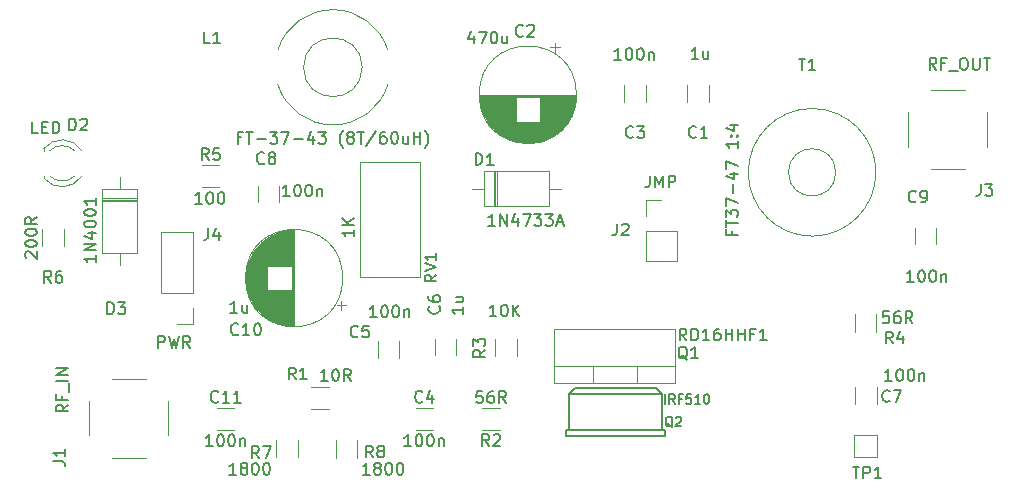
<source format=gbr>
%TF.GenerationSoftware,KiCad,Pcbnew,(6.0.7)*%
%TF.CreationDate,2023-01-18T15:46:22-05:00*%
%TF.ProjectId,Mosfet Test PCB,4d6f7366-6574-4205-9465-737420504342,rev?*%
%TF.SameCoordinates,Original*%
%TF.FileFunction,Legend,Top*%
%TF.FilePolarity,Positive*%
%FSLAX46Y46*%
G04 Gerber Fmt 4.6, Leading zero omitted, Abs format (unit mm)*
G04 Created by KiCad (PCBNEW (6.0.7)) date 2023-01-18 15:46:22*
%MOMM*%
%LPD*%
G01*
G04 APERTURE LIST*
%ADD10C,0.150000*%
%ADD11C,0.120000*%
%ADD12C,0.127000*%
G04 APERTURE END LIST*
D10*
%TO.C,TP1*%
X133929595Y-92098880D02*
X134501023Y-92098880D01*
X134215309Y-93098880D02*
X134215309Y-92098880D01*
X134834357Y-93098880D02*
X134834357Y-92098880D01*
X135215309Y-92098880D01*
X135310547Y-92146500D01*
X135358166Y-92194119D01*
X135405785Y-92289357D01*
X135405785Y-92432214D01*
X135358166Y-92527452D01*
X135310547Y-92575071D01*
X135215309Y-92622690D01*
X134834357Y-92622690D01*
X136358166Y-93098880D02*
X135786738Y-93098880D01*
X136072452Y-93098880D02*
X136072452Y-92098880D01*
X135977214Y-92241738D01*
X135881976Y-92336976D01*
X135786738Y-92384595D01*
%TO.C,C5*%
X92035333Y-81065642D02*
X91987714Y-81113261D01*
X91844857Y-81160880D01*
X91749619Y-81160880D01*
X91606761Y-81113261D01*
X91511523Y-81018023D01*
X91463904Y-80922785D01*
X91416285Y-80732309D01*
X91416285Y-80589452D01*
X91463904Y-80398976D01*
X91511523Y-80303738D01*
X91606761Y-80208500D01*
X91749619Y-80160880D01*
X91844857Y-80160880D01*
X91987714Y-80208500D01*
X92035333Y-80256119D01*
X92940095Y-80160880D02*
X92463904Y-80160880D01*
X92416285Y-80637071D01*
X92463904Y-80589452D01*
X92559142Y-80541833D01*
X92797238Y-80541833D01*
X92892476Y-80589452D01*
X92940095Y-80637071D01*
X92987714Y-80732309D01*
X92987714Y-80970404D01*
X92940095Y-81065642D01*
X92892476Y-81113261D01*
X92797238Y-81160880D01*
X92559142Y-81160880D01*
X92463904Y-81113261D01*
X92416285Y-81065642D01*
X93622952Y-79446380D02*
X93051523Y-79446380D01*
X93337238Y-79446380D02*
X93337238Y-78446380D01*
X93242000Y-78589238D01*
X93146761Y-78684476D01*
X93051523Y-78732095D01*
X94242000Y-78446380D02*
X94337238Y-78446380D01*
X94432476Y-78494000D01*
X94480095Y-78541619D01*
X94527714Y-78636857D01*
X94575333Y-78827333D01*
X94575333Y-79065428D01*
X94527714Y-79255904D01*
X94480095Y-79351142D01*
X94432476Y-79398761D01*
X94337238Y-79446380D01*
X94242000Y-79446380D01*
X94146761Y-79398761D01*
X94099142Y-79351142D01*
X94051523Y-79255904D01*
X94003904Y-79065428D01*
X94003904Y-78827333D01*
X94051523Y-78636857D01*
X94099142Y-78541619D01*
X94146761Y-78494000D01*
X94242000Y-78446380D01*
X95194380Y-78446380D02*
X95289619Y-78446380D01*
X95384857Y-78494000D01*
X95432476Y-78541619D01*
X95480095Y-78636857D01*
X95527714Y-78827333D01*
X95527714Y-79065428D01*
X95480095Y-79255904D01*
X95432476Y-79351142D01*
X95384857Y-79398761D01*
X95289619Y-79446380D01*
X95194380Y-79446380D01*
X95099142Y-79398761D01*
X95051523Y-79351142D01*
X95003904Y-79255904D01*
X94956285Y-79065428D01*
X94956285Y-78827333D01*
X95003904Y-78636857D01*
X95051523Y-78541619D01*
X95099142Y-78494000D01*
X95194380Y-78446380D01*
X95956285Y-78779714D02*
X95956285Y-79446380D01*
X95956285Y-78874952D02*
X96003904Y-78827333D01*
X96099142Y-78779714D01*
X96242000Y-78779714D01*
X96337238Y-78827333D01*
X96384857Y-78922571D01*
X96384857Y-79446380D01*
%TO.C,C6*%
X98909142Y-78525666D02*
X98956761Y-78573285D01*
X99004380Y-78716142D01*
X99004380Y-78811380D01*
X98956761Y-78954238D01*
X98861523Y-79049476D01*
X98766285Y-79097095D01*
X98575809Y-79144714D01*
X98432952Y-79144714D01*
X98242476Y-79097095D01*
X98147238Y-79049476D01*
X98052000Y-78954238D01*
X98004380Y-78811380D01*
X98004380Y-78716142D01*
X98052000Y-78573285D01*
X98099619Y-78525666D01*
X98004380Y-77668523D02*
X98004380Y-77859000D01*
X98052000Y-77954238D01*
X98099619Y-78001857D01*
X98242476Y-78097095D01*
X98432952Y-78144714D01*
X98813904Y-78144714D01*
X98909142Y-78097095D01*
X98956761Y-78049476D01*
X99004380Y-77954238D01*
X99004380Y-77763761D01*
X98956761Y-77668523D01*
X98909142Y-77620904D01*
X98813904Y-77573285D01*
X98575809Y-77573285D01*
X98480571Y-77620904D01*
X98432952Y-77668523D01*
X98385333Y-77763761D01*
X98385333Y-77954238D01*
X98432952Y-78049476D01*
X98480571Y-78097095D01*
X98575809Y-78144714D01*
X100972880Y-78589166D02*
X100972880Y-79160595D01*
X100972880Y-78874880D02*
X99972880Y-78874880D01*
X100115738Y-78970119D01*
X100210976Y-79065357D01*
X100258595Y-79160595D01*
X100306214Y-77732023D02*
X100972880Y-77732023D01*
X100306214Y-78160595D02*
X100830023Y-78160595D01*
X100925261Y-78112976D01*
X100972880Y-78017738D01*
X100972880Y-77874880D01*
X100925261Y-77779642D01*
X100877642Y-77732023D01*
%TO.C,C7*%
X137056833Y-86526642D02*
X137009214Y-86574261D01*
X136866357Y-86621880D01*
X136771119Y-86621880D01*
X136628261Y-86574261D01*
X136533023Y-86479023D01*
X136485404Y-86383785D01*
X136437785Y-86193309D01*
X136437785Y-86050452D01*
X136485404Y-85859976D01*
X136533023Y-85764738D01*
X136628261Y-85669500D01*
X136771119Y-85621880D01*
X136866357Y-85621880D01*
X137009214Y-85669500D01*
X137056833Y-85717119D01*
X137390166Y-85621880D02*
X138056833Y-85621880D01*
X137628261Y-86621880D01*
X137247452Y-84843880D02*
X136676023Y-84843880D01*
X136961738Y-84843880D02*
X136961738Y-83843880D01*
X136866500Y-83986738D01*
X136771261Y-84081976D01*
X136676023Y-84129595D01*
X137866500Y-83843880D02*
X137961738Y-83843880D01*
X138056976Y-83891500D01*
X138104595Y-83939119D01*
X138152214Y-84034357D01*
X138199833Y-84224833D01*
X138199833Y-84462928D01*
X138152214Y-84653404D01*
X138104595Y-84748642D01*
X138056976Y-84796261D01*
X137961738Y-84843880D01*
X137866500Y-84843880D01*
X137771261Y-84796261D01*
X137723642Y-84748642D01*
X137676023Y-84653404D01*
X137628404Y-84462928D01*
X137628404Y-84224833D01*
X137676023Y-84034357D01*
X137723642Y-83939119D01*
X137771261Y-83891500D01*
X137866500Y-83843880D01*
X138818880Y-83843880D02*
X138914119Y-83843880D01*
X139009357Y-83891500D01*
X139056976Y-83939119D01*
X139104595Y-84034357D01*
X139152214Y-84224833D01*
X139152214Y-84462928D01*
X139104595Y-84653404D01*
X139056976Y-84748642D01*
X139009357Y-84796261D01*
X138914119Y-84843880D01*
X138818880Y-84843880D01*
X138723642Y-84796261D01*
X138676023Y-84748642D01*
X138628404Y-84653404D01*
X138580785Y-84462928D01*
X138580785Y-84224833D01*
X138628404Y-84034357D01*
X138676023Y-83939119D01*
X138723642Y-83891500D01*
X138818880Y-83843880D01*
X139580785Y-84177214D02*
X139580785Y-84843880D01*
X139580785Y-84272452D02*
X139628404Y-84224833D01*
X139723642Y-84177214D01*
X139866500Y-84177214D01*
X139961738Y-84224833D01*
X140009357Y-84320071D01*
X140009357Y-84843880D01*
%TO.C,RV1*%
X98686880Y-75842738D02*
X98210690Y-76176071D01*
X98686880Y-76414166D02*
X97686880Y-76414166D01*
X97686880Y-76033214D01*
X97734500Y-75937976D01*
X97782119Y-75890357D01*
X97877357Y-75842738D01*
X98020214Y-75842738D01*
X98115452Y-75890357D01*
X98163071Y-75937976D01*
X98210690Y-76033214D01*
X98210690Y-76414166D01*
X97686880Y-75557023D02*
X98686880Y-75223690D01*
X97686880Y-74890357D01*
X98686880Y-74033214D02*
X98686880Y-74604642D01*
X98686880Y-74318928D02*
X97686880Y-74318928D01*
X97829738Y-74414166D01*
X97924976Y-74509404D01*
X97972595Y-74604642D01*
X91701880Y-72032785D02*
X91701880Y-72604214D01*
X91701880Y-72318500D02*
X90701880Y-72318500D01*
X90844738Y-72413738D01*
X90939976Y-72508976D01*
X90987595Y-72604214D01*
X91701880Y-71604214D02*
X90701880Y-71604214D01*
X91701880Y-71032785D02*
X91130452Y-71461357D01*
X90701880Y-71032785D02*
X91273309Y-71604214D01*
%TO.C,L1*%
X79525833Y-56268880D02*
X79049642Y-56268880D01*
X79049642Y-55268880D01*
X80382976Y-56268880D02*
X79811547Y-56268880D01*
X80097261Y-56268880D02*
X80097261Y-55268880D01*
X80002023Y-55411738D01*
X79906785Y-55506976D01*
X79811547Y-55554595D01*
X82177904Y-64234071D02*
X81844571Y-64234071D01*
X81844571Y-64757880D02*
X81844571Y-63757880D01*
X82320761Y-63757880D01*
X82558857Y-63757880D02*
X83130285Y-63757880D01*
X82844571Y-64757880D02*
X82844571Y-63757880D01*
X83463619Y-64376928D02*
X84225523Y-64376928D01*
X84606476Y-63757880D02*
X85225523Y-63757880D01*
X84892190Y-64138833D01*
X85035047Y-64138833D01*
X85130285Y-64186452D01*
X85177904Y-64234071D01*
X85225523Y-64329309D01*
X85225523Y-64567404D01*
X85177904Y-64662642D01*
X85130285Y-64710261D01*
X85035047Y-64757880D01*
X84749333Y-64757880D01*
X84654095Y-64710261D01*
X84606476Y-64662642D01*
X85558857Y-63757880D02*
X86225523Y-63757880D01*
X85796952Y-64757880D01*
X86606476Y-64376928D02*
X87368380Y-64376928D01*
X88273142Y-64091214D02*
X88273142Y-64757880D01*
X88035047Y-63710261D02*
X87796952Y-64424547D01*
X88416000Y-64424547D01*
X88701714Y-63757880D02*
X89320761Y-63757880D01*
X88987428Y-64138833D01*
X89130285Y-64138833D01*
X89225523Y-64186452D01*
X89273142Y-64234071D01*
X89320761Y-64329309D01*
X89320761Y-64567404D01*
X89273142Y-64662642D01*
X89225523Y-64710261D01*
X89130285Y-64757880D01*
X88844571Y-64757880D01*
X88749333Y-64710261D01*
X88701714Y-64662642D01*
X90796952Y-65138833D02*
X90749333Y-65091214D01*
X90654095Y-64948357D01*
X90606476Y-64853119D01*
X90558857Y-64710261D01*
X90511238Y-64472166D01*
X90511238Y-64281690D01*
X90558857Y-64043595D01*
X90606476Y-63900738D01*
X90654095Y-63805500D01*
X90749333Y-63662642D01*
X90796952Y-63615023D01*
X91320761Y-64186452D02*
X91225523Y-64138833D01*
X91177904Y-64091214D01*
X91130285Y-63995976D01*
X91130285Y-63948357D01*
X91177904Y-63853119D01*
X91225523Y-63805500D01*
X91320761Y-63757880D01*
X91511238Y-63757880D01*
X91606476Y-63805500D01*
X91654095Y-63853119D01*
X91701714Y-63948357D01*
X91701714Y-63995976D01*
X91654095Y-64091214D01*
X91606476Y-64138833D01*
X91511238Y-64186452D01*
X91320761Y-64186452D01*
X91225523Y-64234071D01*
X91177904Y-64281690D01*
X91130285Y-64376928D01*
X91130285Y-64567404D01*
X91177904Y-64662642D01*
X91225523Y-64710261D01*
X91320761Y-64757880D01*
X91511238Y-64757880D01*
X91606476Y-64710261D01*
X91654095Y-64662642D01*
X91701714Y-64567404D01*
X91701714Y-64376928D01*
X91654095Y-64281690D01*
X91606476Y-64234071D01*
X91511238Y-64186452D01*
X91987428Y-63757880D02*
X92558857Y-63757880D01*
X92273142Y-64757880D02*
X92273142Y-63757880D01*
X93606476Y-63710261D02*
X92749333Y-64995976D01*
X94368380Y-63757880D02*
X94177904Y-63757880D01*
X94082666Y-63805500D01*
X94035047Y-63853119D01*
X93939809Y-63995976D01*
X93892190Y-64186452D01*
X93892190Y-64567404D01*
X93939809Y-64662642D01*
X93987428Y-64710261D01*
X94082666Y-64757880D01*
X94273142Y-64757880D01*
X94368380Y-64710261D01*
X94416000Y-64662642D01*
X94463619Y-64567404D01*
X94463619Y-64329309D01*
X94416000Y-64234071D01*
X94368380Y-64186452D01*
X94273142Y-64138833D01*
X94082666Y-64138833D01*
X93987428Y-64186452D01*
X93939809Y-64234071D01*
X93892190Y-64329309D01*
X95082666Y-63757880D02*
X95177904Y-63757880D01*
X95273142Y-63805500D01*
X95320761Y-63853119D01*
X95368380Y-63948357D01*
X95416000Y-64138833D01*
X95416000Y-64376928D01*
X95368380Y-64567404D01*
X95320761Y-64662642D01*
X95273142Y-64710261D01*
X95177904Y-64757880D01*
X95082666Y-64757880D01*
X94987428Y-64710261D01*
X94939809Y-64662642D01*
X94892190Y-64567404D01*
X94844571Y-64376928D01*
X94844571Y-64138833D01*
X94892190Y-63948357D01*
X94939809Y-63853119D01*
X94987428Y-63805500D01*
X95082666Y-63757880D01*
X96273142Y-64091214D02*
X96273142Y-64757880D01*
X95844571Y-64091214D02*
X95844571Y-64615023D01*
X95892190Y-64710261D01*
X95987428Y-64757880D01*
X96130285Y-64757880D01*
X96225523Y-64710261D01*
X96273142Y-64662642D01*
X96749333Y-64757880D02*
X96749333Y-63757880D01*
X96749333Y-64234071D02*
X97320761Y-64234071D01*
X97320761Y-64757880D02*
X97320761Y-63757880D01*
X97701714Y-65138833D02*
X97749333Y-65091214D01*
X97844571Y-64948357D01*
X97892190Y-64853119D01*
X97939809Y-64710261D01*
X97987428Y-64472166D01*
X97987428Y-64281690D01*
X97939809Y-64043595D01*
X97892190Y-63900738D01*
X97844571Y-63805500D01*
X97749333Y-63662642D01*
X97701714Y-63615023D01*
%TO.C,C11*%
X80207142Y-86581642D02*
X80159523Y-86629261D01*
X80016666Y-86676880D01*
X79921428Y-86676880D01*
X79778571Y-86629261D01*
X79683333Y-86534023D01*
X79635714Y-86438785D01*
X79588095Y-86248309D01*
X79588095Y-86105452D01*
X79635714Y-85914976D01*
X79683333Y-85819738D01*
X79778571Y-85724500D01*
X79921428Y-85676880D01*
X80016666Y-85676880D01*
X80159523Y-85724500D01*
X80207142Y-85772119D01*
X81159523Y-86676880D02*
X80588095Y-86676880D01*
X80873809Y-86676880D02*
X80873809Y-85676880D01*
X80778571Y-85819738D01*
X80683333Y-85914976D01*
X80588095Y-85962595D01*
X82111904Y-86676880D02*
X81540476Y-86676880D01*
X81826190Y-86676880D02*
X81826190Y-85676880D01*
X81730952Y-85819738D01*
X81635714Y-85914976D01*
X81540476Y-85962595D01*
X79730952Y-90376880D02*
X79159523Y-90376880D01*
X79445238Y-90376880D02*
X79445238Y-89376880D01*
X79350000Y-89519738D01*
X79254761Y-89614976D01*
X79159523Y-89662595D01*
X80350000Y-89376880D02*
X80445238Y-89376880D01*
X80540476Y-89424500D01*
X80588095Y-89472119D01*
X80635714Y-89567357D01*
X80683333Y-89757833D01*
X80683333Y-89995928D01*
X80635714Y-90186404D01*
X80588095Y-90281642D01*
X80540476Y-90329261D01*
X80445238Y-90376880D01*
X80350000Y-90376880D01*
X80254761Y-90329261D01*
X80207142Y-90281642D01*
X80159523Y-90186404D01*
X80111904Y-89995928D01*
X80111904Y-89757833D01*
X80159523Y-89567357D01*
X80207142Y-89472119D01*
X80254761Y-89424500D01*
X80350000Y-89376880D01*
X81302380Y-89376880D02*
X81397619Y-89376880D01*
X81492857Y-89424500D01*
X81540476Y-89472119D01*
X81588095Y-89567357D01*
X81635714Y-89757833D01*
X81635714Y-89995928D01*
X81588095Y-90186404D01*
X81540476Y-90281642D01*
X81492857Y-90329261D01*
X81397619Y-90376880D01*
X81302380Y-90376880D01*
X81207142Y-90329261D01*
X81159523Y-90281642D01*
X81111904Y-90186404D01*
X81064285Y-89995928D01*
X81064285Y-89757833D01*
X81111904Y-89567357D01*
X81159523Y-89472119D01*
X81207142Y-89424500D01*
X81302380Y-89376880D01*
X82064285Y-89710214D02*
X82064285Y-90376880D01*
X82064285Y-89805452D02*
X82111904Y-89757833D01*
X82207142Y-89710214D01*
X82350000Y-89710214D01*
X82445238Y-89757833D01*
X82492857Y-89853071D01*
X82492857Y-90376880D01*
%TO.C,C4*%
X97496333Y-86581642D02*
X97448714Y-86629261D01*
X97305857Y-86676880D01*
X97210619Y-86676880D01*
X97067761Y-86629261D01*
X96972523Y-86534023D01*
X96924904Y-86438785D01*
X96877285Y-86248309D01*
X96877285Y-86105452D01*
X96924904Y-85914976D01*
X96972523Y-85819738D01*
X97067761Y-85724500D01*
X97210619Y-85676880D01*
X97305857Y-85676880D01*
X97448714Y-85724500D01*
X97496333Y-85772119D01*
X98353476Y-86010214D02*
X98353476Y-86676880D01*
X98115380Y-85629261D02*
X97877285Y-86343547D01*
X98496333Y-86343547D01*
X96543952Y-90376880D02*
X95972523Y-90376880D01*
X96258238Y-90376880D02*
X96258238Y-89376880D01*
X96163000Y-89519738D01*
X96067761Y-89614976D01*
X95972523Y-89662595D01*
X97163000Y-89376880D02*
X97258238Y-89376880D01*
X97353476Y-89424500D01*
X97401095Y-89472119D01*
X97448714Y-89567357D01*
X97496333Y-89757833D01*
X97496333Y-89995928D01*
X97448714Y-90186404D01*
X97401095Y-90281642D01*
X97353476Y-90329261D01*
X97258238Y-90376880D01*
X97163000Y-90376880D01*
X97067761Y-90329261D01*
X97020142Y-90281642D01*
X96972523Y-90186404D01*
X96924904Y-89995928D01*
X96924904Y-89757833D01*
X96972523Y-89567357D01*
X97020142Y-89472119D01*
X97067761Y-89424500D01*
X97163000Y-89376880D01*
X98115380Y-89376880D02*
X98210619Y-89376880D01*
X98305857Y-89424500D01*
X98353476Y-89472119D01*
X98401095Y-89567357D01*
X98448714Y-89757833D01*
X98448714Y-89995928D01*
X98401095Y-90186404D01*
X98353476Y-90281642D01*
X98305857Y-90329261D01*
X98210619Y-90376880D01*
X98115380Y-90376880D01*
X98020142Y-90329261D01*
X97972523Y-90281642D01*
X97924904Y-90186404D01*
X97877285Y-89995928D01*
X97877285Y-89757833D01*
X97924904Y-89567357D01*
X97972523Y-89472119D01*
X98020142Y-89424500D01*
X98115380Y-89376880D01*
X98877285Y-89710214D02*
X98877285Y-90376880D01*
X98877285Y-89805452D02*
X98924904Y-89757833D01*
X99020142Y-89710214D01*
X99163000Y-89710214D01*
X99258238Y-89757833D01*
X99305857Y-89853071D01*
X99305857Y-90376880D01*
%TO.C,R1*%
X86764833Y-84716880D02*
X86431500Y-84240690D01*
X86193404Y-84716880D02*
X86193404Y-83716880D01*
X86574357Y-83716880D01*
X86669595Y-83764500D01*
X86717214Y-83812119D01*
X86764833Y-83907357D01*
X86764833Y-84050214D01*
X86717214Y-84145452D01*
X86669595Y-84193071D01*
X86574357Y-84240690D01*
X86193404Y-84240690D01*
X87717214Y-84716880D02*
X87145785Y-84716880D01*
X87431500Y-84716880D02*
X87431500Y-83716880D01*
X87336261Y-83859738D01*
X87241023Y-83954976D01*
X87145785Y-84002595D01*
X89479523Y-84843880D02*
X88908095Y-84843880D01*
X89193809Y-84843880D02*
X89193809Y-83843880D01*
X89098571Y-83986738D01*
X89003333Y-84081976D01*
X88908095Y-84129595D01*
X90098571Y-83843880D02*
X90193809Y-83843880D01*
X90289047Y-83891500D01*
X90336666Y-83939119D01*
X90384285Y-84034357D01*
X90431904Y-84224833D01*
X90431904Y-84462928D01*
X90384285Y-84653404D01*
X90336666Y-84748642D01*
X90289047Y-84796261D01*
X90193809Y-84843880D01*
X90098571Y-84843880D01*
X90003333Y-84796261D01*
X89955714Y-84748642D01*
X89908095Y-84653404D01*
X89860476Y-84462928D01*
X89860476Y-84224833D01*
X89908095Y-84034357D01*
X89955714Y-83939119D01*
X90003333Y-83891500D01*
X90098571Y-83843880D01*
X91431904Y-84843880D02*
X91098571Y-84367690D01*
X90860476Y-84843880D02*
X90860476Y-83843880D01*
X91241428Y-83843880D01*
X91336666Y-83891500D01*
X91384285Y-83939119D01*
X91431904Y-84034357D01*
X91431904Y-84177214D01*
X91384285Y-84272452D01*
X91336666Y-84320071D01*
X91241428Y-84367690D01*
X90860476Y-84367690D01*
%TO.C,J3*%
X144764166Y-68159380D02*
X144764166Y-68873666D01*
X144716547Y-69016523D01*
X144621309Y-69111761D01*
X144478452Y-69159380D01*
X144383214Y-69159380D01*
X145145119Y-68159380D02*
X145764166Y-68159380D01*
X145430833Y-68540333D01*
X145573690Y-68540333D01*
X145668928Y-68587952D01*
X145716547Y-68635571D01*
X145764166Y-68730809D01*
X145764166Y-68968904D01*
X145716547Y-69064142D01*
X145668928Y-69111761D01*
X145573690Y-69159380D01*
X145287976Y-69159380D01*
X145192738Y-69111761D01*
X145145119Y-69064142D01*
X141009928Y-58491380D02*
X140676595Y-58015190D01*
X140438500Y-58491380D02*
X140438500Y-57491380D01*
X140819452Y-57491380D01*
X140914690Y-57539000D01*
X140962309Y-57586619D01*
X141009928Y-57681857D01*
X141009928Y-57824714D01*
X140962309Y-57919952D01*
X140914690Y-57967571D01*
X140819452Y-58015190D01*
X140438500Y-58015190D01*
X141771833Y-57967571D02*
X141438500Y-57967571D01*
X141438500Y-58491380D02*
X141438500Y-57491380D01*
X141914690Y-57491380D01*
X142057547Y-58586619D02*
X142819452Y-58586619D01*
X143248023Y-57491380D02*
X143438500Y-57491380D01*
X143533738Y-57539000D01*
X143628976Y-57634238D01*
X143676595Y-57824714D01*
X143676595Y-58158047D01*
X143628976Y-58348523D01*
X143533738Y-58443761D01*
X143438500Y-58491380D01*
X143248023Y-58491380D01*
X143152785Y-58443761D01*
X143057547Y-58348523D01*
X143009928Y-58158047D01*
X143009928Y-57824714D01*
X143057547Y-57634238D01*
X143152785Y-57539000D01*
X143248023Y-57491380D01*
X144105166Y-57491380D02*
X144105166Y-58300904D01*
X144152785Y-58396142D01*
X144200404Y-58443761D01*
X144295642Y-58491380D01*
X144486119Y-58491380D01*
X144581357Y-58443761D01*
X144628976Y-58396142D01*
X144676595Y-58300904D01*
X144676595Y-57491380D01*
X145009928Y-57491380D02*
X145581357Y-57491380D01*
X145295642Y-58491380D02*
X145295642Y-57491380D01*
%TO.C,D1*%
X102004904Y-66562380D02*
X102004904Y-65562380D01*
X102243000Y-65562380D01*
X102385857Y-65610000D01*
X102481095Y-65705238D01*
X102528714Y-65800476D01*
X102576333Y-65990952D01*
X102576333Y-66133809D01*
X102528714Y-66324285D01*
X102481095Y-66419523D01*
X102385857Y-66514761D01*
X102243000Y-66562380D01*
X102004904Y-66562380D01*
X103528714Y-66562380D02*
X102957285Y-66562380D01*
X103243000Y-66562380D02*
X103243000Y-65562380D01*
X103147761Y-65705238D01*
X103052523Y-65800476D01*
X102957285Y-65848095D01*
X103664071Y-71699380D02*
X103092642Y-71699380D01*
X103378357Y-71699380D02*
X103378357Y-70699380D01*
X103283119Y-70842238D01*
X103187880Y-70937476D01*
X103092642Y-70985095D01*
X104092642Y-71699380D02*
X104092642Y-70699380D01*
X104664071Y-71699380D01*
X104664071Y-70699380D01*
X105568833Y-71032714D02*
X105568833Y-71699380D01*
X105330738Y-70651761D02*
X105092642Y-71366047D01*
X105711690Y-71366047D01*
X105997404Y-70699380D02*
X106664071Y-70699380D01*
X106235500Y-71699380D01*
X106949785Y-70699380D02*
X107568833Y-70699380D01*
X107235500Y-71080333D01*
X107378357Y-71080333D01*
X107473595Y-71127952D01*
X107521214Y-71175571D01*
X107568833Y-71270809D01*
X107568833Y-71508904D01*
X107521214Y-71604142D01*
X107473595Y-71651761D01*
X107378357Y-71699380D01*
X107092642Y-71699380D01*
X106997404Y-71651761D01*
X106949785Y-71604142D01*
X107902166Y-70699380D02*
X108521214Y-70699380D01*
X108187880Y-71080333D01*
X108330738Y-71080333D01*
X108425976Y-71127952D01*
X108473595Y-71175571D01*
X108521214Y-71270809D01*
X108521214Y-71508904D01*
X108473595Y-71604142D01*
X108425976Y-71651761D01*
X108330738Y-71699380D01*
X108045023Y-71699380D01*
X107949785Y-71651761D01*
X107902166Y-71604142D01*
X108902166Y-71413666D02*
X109378357Y-71413666D01*
X108806928Y-71699380D02*
X109140261Y-70699380D01*
X109473595Y-71699380D01*
%TO.C,Q1*%
X119919761Y-83034119D02*
X119824523Y-82986500D01*
X119729285Y-82891261D01*
X119586428Y-82748404D01*
X119491190Y-82700785D01*
X119395952Y-82700785D01*
X119443571Y-82938880D02*
X119348333Y-82891261D01*
X119253095Y-82796023D01*
X119205476Y-82605547D01*
X119205476Y-82272214D01*
X119253095Y-82081738D01*
X119348333Y-81986500D01*
X119443571Y-81938880D01*
X119634047Y-81938880D01*
X119729285Y-81986500D01*
X119824523Y-82081738D01*
X119872142Y-82272214D01*
X119872142Y-82605547D01*
X119824523Y-82796023D01*
X119729285Y-82891261D01*
X119634047Y-82938880D01*
X119443571Y-82938880D01*
X120824523Y-82938880D02*
X120253095Y-82938880D01*
X120538809Y-82938880D02*
X120538809Y-81938880D01*
X120443571Y-82081738D01*
X120348333Y-82176976D01*
X120253095Y-82224595D01*
X119840761Y-81414880D02*
X119507428Y-80938690D01*
X119269333Y-81414880D02*
X119269333Y-80414880D01*
X119650285Y-80414880D01*
X119745523Y-80462500D01*
X119793142Y-80510119D01*
X119840761Y-80605357D01*
X119840761Y-80748214D01*
X119793142Y-80843452D01*
X119745523Y-80891071D01*
X119650285Y-80938690D01*
X119269333Y-80938690D01*
X120269333Y-81414880D02*
X120269333Y-80414880D01*
X120507428Y-80414880D01*
X120650285Y-80462500D01*
X120745523Y-80557738D01*
X120793142Y-80652976D01*
X120840761Y-80843452D01*
X120840761Y-80986309D01*
X120793142Y-81176785D01*
X120745523Y-81272023D01*
X120650285Y-81367261D01*
X120507428Y-81414880D01*
X120269333Y-81414880D01*
X121793142Y-81414880D02*
X121221714Y-81414880D01*
X121507428Y-81414880D02*
X121507428Y-80414880D01*
X121412190Y-80557738D01*
X121316952Y-80652976D01*
X121221714Y-80700595D01*
X122650285Y-80414880D02*
X122459809Y-80414880D01*
X122364571Y-80462500D01*
X122316952Y-80510119D01*
X122221714Y-80652976D01*
X122174095Y-80843452D01*
X122174095Y-81224404D01*
X122221714Y-81319642D01*
X122269333Y-81367261D01*
X122364571Y-81414880D01*
X122555047Y-81414880D01*
X122650285Y-81367261D01*
X122697904Y-81319642D01*
X122745523Y-81224404D01*
X122745523Y-80986309D01*
X122697904Y-80891071D01*
X122650285Y-80843452D01*
X122555047Y-80795833D01*
X122364571Y-80795833D01*
X122269333Y-80843452D01*
X122221714Y-80891071D01*
X122174095Y-80986309D01*
X123174095Y-81414880D02*
X123174095Y-80414880D01*
X123174095Y-80891071D02*
X123745523Y-80891071D01*
X123745523Y-81414880D02*
X123745523Y-80414880D01*
X124221714Y-81414880D02*
X124221714Y-80414880D01*
X124221714Y-80891071D02*
X124793142Y-80891071D01*
X124793142Y-81414880D02*
X124793142Y-80414880D01*
X125602666Y-80891071D02*
X125269333Y-80891071D01*
X125269333Y-81414880D02*
X125269333Y-80414880D01*
X125745523Y-80414880D01*
X126650285Y-81414880D02*
X126078857Y-81414880D01*
X126364571Y-81414880D02*
X126364571Y-80414880D01*
X126269333Y-80557738D01*
X126174095Y-80652976D01*
X126078857Y-80700595D01*
%TO.C,C3*%
X115339833Y-64174642D02*
X115292214Y-64222261D01*
X115149357Y-64269880D01*
X115054119Y-64269880D01*
X114911261Y-64222261D01*
X114816023Y-64127023D01*
X114768404Y-64031785D01*
X114720785Y-63841309D01*
X114720785Y-63698452D01*
X114768404Y-63507976D01*
X114816023Y-63412738D01*
X114911261Y-63317500D01*
X115054119Y-63269880D01*
X115149357Y-63269880D01*
X115292214Y-63317500D01*
X115339833Y-63365119D01*
X115673166Y-63269880D02*
X116292214Y-63269880D01*
X115958880Y-63650833D01*
X116101738Y-63650833D01*
X116196976Y-63698452D01*
X116244595Y-63746071D01*
X116292214Y-63841309D01*
X116292214Y-64079404D01*
X116244595Y-64174642D01*
X116196976Y-64222261D01*
X116101738Y-64269880D01*
X115816023Y-64269880D01*
X115720785Y-64222261D01*
X115673166Y-64174642D01*
X114323952Y-57665880D02*
X113752523Y-57665880D01*
X114038238Y-57665880D02*
X114038238Y-56665880D01*
X113943000Y-56808738D01*
X113847761Y-56903976D01*
X113752523Y-56951595D01*
X114943000Y-56665880D02*
X115038238Y-56665880D01*
X115133476Y-56713500D01*
X115181095Y-56761119D01*
X115228714Y-56856357D01*
X115276333Y-57046833D01*
X115276333Y-57284928D01*
X115228714Y-57475404D01*
X115181095Y-57570642D01*
X115133476Y-57618261D01*
X115038238Y-57665880D01*
X114943000Y-57665880D01*
X114847761Y-57618261D01*
X114800142Y-57570642D01*
X114752523Y-57475404D01*
X114704904Y-57284928D01*
X114704904Y-57046833D01*
X114752523Y-56856357D01*
X114800142Y-56761119D01*
X114847761Y-56713500D01*
X114943000Y-56665880D01*
X115895380Y-56665880D02*
X115990619Y-56665880D01*
X116085857Y-56713500D01*
X116133476Y-56761119D01*
X116181095Y-56856357D01*
X116228714Y-57046833D01*
X116228714Y-57284928D01*
X116181095Y-57475404D01*
X116133476Y-57570642D01*
X116085857Y-57618261D01*
X115990619Y-57665880D01*
X115895380Y-57665880D01*
X115800142Y-57618261D01*
X115752523Y-57570642D01*
X115704904Y-57475404D01*
X115657285Y-57284928D01*
X115657285Y-57046833D01*
X115704904Y-56856357D01*
X115752523Y-56761119D01*
X115800142Y-56713500D01*
X115895380Y-56665880D01*
X116657285Y-56999214D02*
X116657285Y-57665880D01*
X116657285Y-57094452D02*
X116704904Y-57046833D01*
X116800142Y-56999214D01*
X116943000Y-56999214D01*
X117038238Y-57046833D01*
X117085857Y-57142071D01*
X117085857Y-57665880D01*
%TO.C,D3*%
X70826404Y-79192380D02*
X70826404Y-78192380D01*
X71064500Y-78192380D01*
X71207357Y-78240000D01*
X71302595Y-78335238D01*
X71350214Y-78430476D01*
X71397833Y-78620952D01*
X71397833Y-78763809D01*
X71350214Y-78954285D01*
X71302595Y-79049523D01*
X71207357Y-79144761D01*
X71064500Y-79192380D01*
X70826404Y-79192380D01*
X71731166Y-78192380D02*
X72350214Y-78192380D01*
X72016880Y-78573333D01*
X72159738Y-78573333D01*
X72254976Y-78620952D01*
X72302595Y-78668571D01*
X72350214Y-78763809D01*
X72350214Y-79001904D01*
X72302595Y-79097142D01*
X72254976Y-79144761D01*
X72159738Y-79192380D01*
X71874023Y-79192380D01*
X71778785Y-79144761D01*
X71731166Y-79097142D01*
X69857880Y-74215357D02*
X69857880Y-74786785D01*
X69857880Y-74501071D02*
X68857880Y-74501071D01*
X69000738Y-74596309D01*
X69095976Y-74691547D01*
X69143595Y-74786785D01*
X69857880Y-73786785D02*
X68857880Y-73786785D01*
X69857880Y-73215357D01*
X68857880Y-73215357D01*
X69191214Y-72310595D02*
X69857880Y-72310595D01*
X68810261Y-72548690D02*
X69524547Y-72786785D01*
X69524547Y-72167738D01*
X68857880Y-71596309D02*
X68857880Y-71501071D01*
X68905500Y-71405833D01*
X68953119Y-71358214D01*
X69048357Y-71310595D01*
X69238833Y-71262976D01*
X69476928Y-71262976D01*
X69667404Y-71310595D01*
X69762642Y-71358214D01*
X69810261Y-71405833D01*
X69857880Y-71501071D01*
X69857880Y-71596309D01*
X69810261Y-71691547D01*
X69762642Y-71739166D01*
X69667404Y-71786785D01*
X69476928Y-71834404D01*
X69238833Y-71834404D01*
X69048357Y-71786785D01*
X68953119Y-71739166D01*
X68905500Y-71691547D01*
X68857880Y-71596309D01*
X68857880Y-70643928D02*
X68857880Y-70548690D01*
X68905500Y-70453452D01*
X68953119Y-70405833D01*
X69048357Y-70358214D01*
X69238833Y-70310595D01*
X69476928Y-70310595D01*
X69667404Y-70358214D01*
X69762642Y-70405833D01*
X69810261Y-70453452D01*
X69857880Y-70548690D01*
X69857880Y-70643928D01*
X69810261Y-70739166D01*
X69762642Y-70786785D01*
X69667404Y-70834404D01*
X69476928Y-70882023D01*
X69238833Y-70882023D01*
X69048357Y-70834404D01*
X68953119Y-70786785D01*
X68905500Y-70739166D01*
X68857880Y-70643928D01*
X69857880Y-69358214D02*
X69857880Y-69929642D01*
X69857880Y-69643928D02*
X68857880Y-69643928D01*
X69000738Y-69739166D01*
X69095976Y-69834404D01*
X69143595Y-69929642D01*
%TO.C,J1*%
X66254380Y-91646333D02*
X66968666Y-91646333D01*
X67111523Y-91693952D01*
X67206761Y-91789190D01*
X67254380Y-91932047D01*
X67254380Y-92027285D01*
X67254380Y-90646333D02*
X67254380Y-91217761D01*
X67254380Y-90932047D02*
X66254380Y-90932047D01*
X66397238Y-91027285D01*
X66492476Y-91122523D01*
X66540095Y-91217761D01*
X67508380Y-86859904D02*
X67032190Y-87193238D01*
X67508380Y-87431333D02*
X66508380Y-87431333D01*
X66508380Y-87050380D01*
X66556000Y-86955142D01*
X66603619Y-86907523D01*
X66698857Y-86859904D01*
X66841714Y-86859904D01*
X66936952Y-86907523D01*
X66984571Y-86955142D01*
X67032190Y-87050380D01*
X67032190Y-87431333D01*
X66984571Y-86098000D02*
X66984571Y-86431333D01*
X67508380Y-86431333D02*
X66508380Y-86431333D01*
X66508380Y-85955142D01*
X67603619Y-85812285D02*
X67603619Y-85050380D01*
X67508380Y-84812285D02*
X66508380Y-84812285D01*
X67508380Y-84336095D02*
X66508380Y-84336095D01*
X67508380Y-83764666D01*
X66508380Y-83764666D01*
%TO.C,J4*%
X79359166Y-71905880D02*
X79359166Y-72620166D01*
X79311547Y-72763023D01*
X79216309Y-72858261D01*
X79073452Y-72905880D01*
X78978214Y-72905880D01*
X80263928Y-72239214D02*
X80263928Y-72905880D01*
X80025833Y-71858261D02*
X79787738Y-72572547D01*
X80406785Y-72572547D01*
X75120666Y-82049880D02*
X75120666Y-81049880D01*
X75501619Y-81049880D01*
X75596857Y-81097500D01*
X75644476Y-81145119D01*
X75692095Y-81240357D01*
X75692095Y-81383214D01*
X75644476Y-81478452D01*
X75596857Y-81526071D01*
X75501619Y-81573690D01*
X75120666Y-81573690D01*
X76025428Y-81049880D02*
X76263523Y-82049880D01*
X76454000Y-81335595D01*
X76644476Y-82049880D01*
X76882571Y-81049880D01*
X77834952Y-82049880D02*
X77501619Y-81573690D01*
X77263523Y-82049880D02*
X77263523Y-81049880D01*
X77644476Y-81049880D01*
X77739714Y-81097500D01*
X77787333Y-81145119D01*
X77834952Y-81240357D01*
X77834952Y-81383214D01*
X77787333Y-81478452D01*
X77739714Y-81526071D01*
X77644476Y-81573690D01*
X77263523Y-81573690D01*
%TO.C,R6*%
X66063833Y-76525380D02*
X65730500Y-76049190D01*
X65492404Y-76525380D02*
X65492404Y-75525380D01*
X65873357Y-75525380D01*
X65968595Y-75573000D01*
X66016214Y-75620619D01*
X66063833Y-75715857D01*
X66063833Y-75858714D01*
X66016214Y-75953952D01*
X65968595Y-76001571D01*
X65873357Y-76049190D01*
X65492404Y-76049190D01*
X66920976Y-75525380D02*
X66730500Y-75525380D01*
X66635261Y-75573000D01*
X66587642Y-75620619D01*
X66492404Y-75763476D01*
X66444785Y-75953952D01*
X66444785Y-76334904D01*
X66492404Y-76430142D01*
X66540023Y-76477761D01*
X66635261Y-76525380D01*
X66825738Y-76525380D01*
X66920976Y-76477761D01*
X66968595Y-76430142D01*
X67016214Y-76334904D01*
X67016214Y-76096809D01*
X66968595Y-76001571D01*
X66920976Y-75953952D01*
X66825738Y-75906333D01*
X66635261Y-75906333D01*
X66540023Y-75953952D01*
X66492404Y-76001571D01*
X66444785Y-76096809D01*
X63958119Y-74443595D02*
X63910500Y-74395976D01*
X63862880Y-74300738D01*
X63862880Y-74062642D01*
X63910500Y-73967404D01*
X63958119Y-73919785D01*
X64053357Y-73872166D01*
X64148595Y-73872166D01*
X64291452Y-73919785D01*
X64862880Y-74491214D01*
X64862880Y-73872166D01*
X63862880Y-73253119D02*
X63862880Y-73157880D01*
X63910500Y-73062642D01*
X63958119Y-73015023D01*
X64053357Y-72967404D01*
X64243833Y-72919785D01*
X64481928Y-72919785D01*
X64672404Y-72967404D01*
X64767642Y-73015023D01*
X64815261Y-73062642D01*
X64862880Y-73157880D01*
X64862880Y-73253119D01*
X64815261Y-73348357D01*
X64767642Y-73395976D01*
X64672404Y-73443595D01*
X64481928Y-73491214D01*
X64243833Y-73491214D01*
X64053357Y-73443595D01*
X63958119Y-73395976D01*
X63910500Y-73348357D01*
X63862880Y-73253119D01*
X63862880Y-72300738D02*
X63862880Y-72205500D01*
X63910500Y-72110261D01*
X63958119Y-72062642D01*
X64053357Y-72015023D01*
X64243833Y-71967404D01*
X64481928Y-71967404D01*
X64672404Y-72015023D01*
X64767642Y-72062642D01*
X64815261Y-72110261D01*
X64862880Y-72205500D01*
X64862880Y-72300738D01*
X64815261Y-72395976D01*
X64767642Y-72443595D01*
X64672404Y-72491214D01*
X64481928Y-72538833D01*
X64243833Y-72538833D01*
X64053357Y-72491214D01*
X63958119Y-72443595D01*
X63910500Y-72395976D01*
X63862880Y-72300738D01*
X64862880Y-70967404D02*
X64386690Y-71300738D01*
X64862880Y-71538833D02*
X63862880Y-71538833D01*
X63862880Y-71157880D01*
X63910500Y-71062642D01*
X63958119Y-71015023D01*
X64053357Y-70967404D01*
X64196214Y-70967404D01*
X64291452Y-71015023D01*
X64339071Y-71062642D01*
X64386690Y-71157880D01*
X64386690Y-71538833D01*
%TO.C,R3*%
X102814380Y-82208666D02*
X102338190Y-82542000D01*
X102814380Y-82780095D02*
X101814380Y-82780095D01*
X101814380Y-82399142D01*
X101862000Y-82303904D01*
X101909619Y-82256285D01*
X102004857Y-82208666D01*
X102147714Y-82208666D01*
X102242952Y-82256285D01*
X102290571Y-82303904D01*
X102338190Y-82399142D01*
X102338190Y-82780095D01*
X101814380Y-81875333D02*
X101814380Y-81256285D01*
X102195333Y-81589619D01*
X102195333Y-81446761D01*
X102242952Y-81351523D01*
X102290571Y-81303904D01*
X102385809Y-81256285D01*
X102623904Y-81256285D01*
X102719142Y-81303904D01*
X102766761Y-81351523D01*
X102814380Y-81446761D01*
X102814380Y-81732476D01*
X102766761Y-81827714D01*
X102719142Y-81875333D01*
X103767023Y-79382880D02*
X103195595Y-79382880D01*
X103481309Y-79382880D02*
X103481309Y-78382880D01*
X103386071Y-78525738D01*
X103290833Y-78620976D01*
X103195595Y-78668595D01*
X104386071Y-78382880D02*
X104481309Y-78382880D01*
X104576547Y-78430500D01*
X104624166Y-78478119D01*
X104671785Y-78573357D01*
X104719404Y-78763833D01*
X104719404Y-79001928D01*
X104671785Y-79192404D01*
X104624166Y-79287642D01*
X104576547Y-79335261D01*
X104481309Y-79382880D01*
X104386071Y-79382880D01*
X104290833Y-79335261D01*
X104243214Y-79287642D01*
X104195595Y-79192404D01*
X104147976Y-79001928D01*
X104147976Y-78763833D01*
X104195595Y-78573357D01*
X104243214Y-78478119D01*
X104290833Y-78430500D01*
X104386071Y-78382880D01*
X105147976Y-79382880D02*
X105147976Y-78382880D01*
X105719404Y-79382880D02*
X105290833Y-78811452D01*
X105719404Y-78382880D02*
X105147976Y-78954309D01*
%TO.C,Q2*%
X118668809Y-88766595D02*
X118592619Y-88728500D01*
X118516428Y-88652309D01*
X118402142Y-88538023D01*
X118325952Y-88499928D01*
X118249761Y-88499928D01*
X118287857Y-88690404D02*
X118211666Y-88652309D01*
X118135476Y-88576119D01*
X118097380Y-88423738D01*
X118097380Y-88157071D01*
X118135476Y-88004690D01*
X118211666Y-87928500D01*
X118287857Y-87890404D01*
X118440238Y-87890404D01*
X118516428Y-87928500D01*
X118592619Y-88004690D01*
X118630714Y-88157071D01*
X118630714Y-88423738D01*
X118592619Y-88576119D01*
X118516428Y-88652309D01*
X118440238Y-88690404D01*
X118287857Y-88690404D01*
X118935476Y-87966595D02*
X118973571Y-87928500D01*
X119049761Y-87890404D01*
X119240238Y-87890404D01*
X119316428Y-87928500D01*
X119354523Y-87966595D01*
X119392619Y-88042785D01*
X119392619Y-88118976D01*
X119354523Y-88233261D01*
X118897380Y-88690404D01*
X119392619Y-88690404D01*
X118031981Y-86779705D02*
X118031981Y-85992303D01*
X118856878Y-86779705D02*
X118594411Y-86404752D01*
X118406934Y-86779705D02*
X118406934Y-85992303D01*
X118706897Y-85992303D01*
X118781887Y-86029799D01*
X118819383Y-86067294D01*
X118856878Y-86142285D01*
X118856878Y-86254771D01*
X118819383Y-86329761D01*
X118781887Y-86367257D01*
X118706897Y-86404752D01*
X118406934Y-86404752D01*
X119456803Y-86367257D02*
X119194336Y-86367257D01*
X119194336Y-86779705D02*
X119194336Y-85992303D01*
X119569289Y-85992303D01*
X120244205Y-85992303D02*
X119869252Y-85992303D01*
X119831757Y-86367257D01*
X119869252Y-86329761D01*
X119944243Y-86292266D01*
X120131719Y-86292266D01*
X120206710Y-86329761D01*
X120244205Y-86367257D01*
X120281701Y-86442247D01*
X120281701Y-86629724D01*
X120244205Y-86704715D01*
X120206710Y-86742210D01*
X120131719Y-86779705D01*
X119944243Y-86779705D01*
X119869252Y-86742210D01*
X119831757Y-86704715D01*
X121031607Y-86779705D02*
X120581663Y-86779705D01*
X120806635Y-86779705D02*
X120806635Y-85992303D01*
X120731645Y-86104789D01*
X120656654Y-86179780D01*
X120581663Y-86217275D01*
X121519047Y-85992303D02*
X121594037Y-85992303D01*
X121669028Y-86029799D01*
X121706523Y-86067294D01*
X121744019Y-86142285D01*
X121781514Y-86292266D01*
X121781514Y-86479743D01*
X121744019Y-86629724D01*
X121706523Y-86704715D01*
X121669028Y-86742210D01*
X121594037Y-86779705D01*
X121519047Y-86779705D01*
X121444056Y-86742210D01*
X121406561Y-86704715D01*
X121369065Y-86629724D01*
X121331570Y-86479743D01*
X121331570Y-86292266D01*
X121369065Y-86142285D01*
X121406561Y-86067294D01*
X121444056Y-86029799D01*
X121519047Y-85992303D01*
%TO.C,C1*%
X120673833Y-64174642D02*
X120626214Y-64222261D01*
X120483357Y-64269880D01*
X120388119Y-64269880D01*
X120245261Y-64222261D01*
X120150023Y-64127023D01*
X120102404Y-64031785D01*
X120054785Y-63841309D01*
X120054785Y-63698452D01*
X120102404Y-63507976D01*
X120150023Y-63412738D01*
X120245261Y-63317500D01*
X120388119Y-63269880D01*
X120483357Y-63269880D01*
X120626214Y-63317500D01*
X120673833Y-63365119D01*
X121626214Y-64269880D02*
X121054785Y-64269880D01*
X121340500Y-64269880D02*
X121340500Y-63269880D01*
X121245261Y-63412738D01*
X121150023Y-63507976D01*
X121054785Y-63555595D01*
X120864333Y-57602380D02*
X120292904Y-57602380D01*
X120578619Y-57602380D02*
X120578619Y-56602380D01*
X120483380Y-56745238D01*
X120388142Y-56840476D01*
X120292904Y-56888095D01*
X121721476Y-56935714D02*
X121721476Y-57602380D01*
X121292904Y-56935714D02*
X121292904Y-57459523D01*
X121340523Y-57554761D01*
X121435761Y-57602380D01*
X121578619Y-57602380D01*
X121673857Y-57554761D01*
X121721476Y-57507142D01*
%TO.C,R2*%
X103147833Y-90346880D02*
X102814500Y-89870690D01*
X102576404Y-90346880D02*
X102576404Y-89346880D01*
X102957357Y-89346880D01*
X103052595Y-89394500D01*
X103100214Y-89442119D01*
X103147833Y-89537357D01*
X103147833Y-89680214D01*
X103100214Y-89775452D01*
X103052595Y-89823071D01*
X102957357Y-89870690D01*
X102576404Y-89870690D01*
X103528785Y-89442119D02*
X103576404Y-89394500D01*
X103671642Y-89346880D01*
X103909738Y-89346880D01*
X104004976Y-89394500D01*
X104052595Y-89442119D01*
X104100214Y-89537357D01*
X104100214Y-89632595D01*
X104052595Y-89775452D01*
X103481166Y-90346880D01*
X104100214Y-90346880D01*
X102576404Y-85706880D02*
X102100214Y-85706880D01*
X102052595Y-86183071D01*
X102100214Y-86135452D01*
X102195452Y-86087833D01*
X102433547Y-86087833D01*
X102528785Y-86135452D01*
X102576404Y-86183071D01*
X102624023Y-86278309D01*
X102624023Y-86516404D01*
X102576404Y-86611642D01*
X102528785Y-86659261D01*
X102433547Y-86706880D01*
X102195452Y-86706880D01*
X102100214Y-86659261D01*
X102052595Y-86611642D01*
X103481166Y-85706880D02*
X103290690Y-85706880D01*
X103195452Y-85754500D01*
X103147833Y-85802119D01*
X103052595Y-85944976D01*
X103004976Y-86135452D01*
X103004976Y-86516404D01*
X103052595Y-86611642D01*
X103100214Y-86659261D01*
X103195452Y-86706880D01*
X103385928Y-86706880D01*
X103481166Y-86659261D01*
X103528785Y-86611642D01*
X103576404Y-86516404D01*
X103576404Y-86278309D01*
X103528785Y-86183071D01*
X103481166Y-86135452D01*
X103385928Y-86087833D01*
X103195452Y-86087833D01*
X103100214Y-86135452D01*
X103052595Y-86183071D01*
X103004976Y-86278309D01*
X104576404Y-86706880D02*
X104243071Y-86230690D01*
X104004976Y-86706880D02*
X104004976Y-85706880D01*
X104385928Y-85706880D01*
X104481166Y-85754500D01*
X104528785Y-85802119D01*
X104576404Y-85897357D01*
X104576404Y-86040214D01*
X104528785Y-86135452D01*
X104481166Y-86183071D01*
X104385928Y-86230690D01*
X104004976Y-86230690D01*
%TO.C,R4*%
X137310833Y-81668880D02*
X136977500Y-81192690D01*
X136739404Y-81668880D02*
X136739404Y-80668880D01*
X137120357Y-80668880D01*
X137215595Y-80716500D01*
X137263214Y-80764119D01*
X137310833Y-80859357D01*
X137310833Y-81002214D01*
X137263214Y-81097452D01*
X137215595Y-81145071D01*
X137120357Y-81192690D01*
X136739404Y-81192690D01*
X138167976Y-81002214D02*
X138167976Y-81668880D01*
X137929880Y-80621261D02*
X137691785Y-81335547D01*
X138310833Y-81335547D01*
X136993404Y-78954380D02*
X136517214Y-78954380D01*
X136469595Y-79430571D01*
X136517214Y-79382952D01*
X136612452Y-79335333D01*
X136850547Y-79335333D01*
X136945785Y-79382952D01*
X136993404Y-79430571D01*
X137041023Y-79525809D01*
X137041023Y-79763904D01*
X136993404Y-79859142D01*
X136945785Y-79906761D01*
X136850547Y-79954380D01*
X136612452Y-79954380D01*
X136517214Y-79906761D01*
X136469595Y-79859142D01*
X137898166Y-78954380D02*
X137707690Y-78954380D01*
X137612452Y-79002000D01*
X137564833Y-79049619D01*
X137469595Y-79192476D01*
X137421976Y-79382952D01*
X137421976Y-79763904D01*
X137469595Y-79859142D01*
X137517214Y-79906761D01*
X137612452Y-79954380D01*
X137802928Y-79954380D01*
X137898166Y-79906761D01*
X137945785Y-79859142D01*
X137993404Y-79763904D01*
X137993404Y-79525809D01*
X137945785Y-79430571D01*
X137898166Y-79382952D01*
X137802928Y-79335333D01*
X137612452Y-79335333D01*
X137517214Y-79382952D01*
X137469595Y-79430571D01*
X137421976Y-79525809D01*
X138993404Y-79954380D02*
X138660071Y-79478190D01*
X138421976Y-79954380D02*
X138421976Y-78954380D01*
X138802928Y-78954380D01*
X138898166Y-79002000D01*
X138945785Y-79049619D01*
X138993404Y-79144857D01*
X138993404Y-79287714D01*
X138945785Y-79382952D01*
X138898166Y-79430571D01*
X138802928Y-79478190D01*
X138421976Y-79478190D01*
%TO.C,C8*%
X84097833Y-66397142D02*
X84050214Y-66444761D01*
X83907357Y-66492380D01*
X83812119Y-66492380D01*
X83669261Y-66444761D01*
X83574023Y-66349523D01*
X83526404Y-66254285D01*
X83478785Y-66063809D01*
X83478785Y-65920952D01*
X83526404Y-65730476D01*
X83574023Y-65635238D01*
X83669261Y-65540000D01*
X83812119Y-65492380D01*
X83907357Y-65492380D01*
X84050214Y-65540000D01*
X84097833Y-65587619D01*
X84669261Y-65920952D02*
X84574023Y-65873333D01*
X84526404Y-65825714D01*
X84478785Y-65730476D01*
X84478785Y-65682857D01*
X84526404Y-65587619D01*
X84574023Y-65540000D01*
X84669261Y-65492380D01*
X84859738Y-65492380D01*
X84954976Y-65540000D01*
X85002595Y-65587619D01*
X85050214Y-65682857D01*
X85050214Y-65730476D01*
X85002595Y-65825714D01*
X84954976Y-65873333D01*
X84859738Y-65920952D01*
X84669261Y-65920952D01*
X84574023Y-65968571D01*
X84526404Y-66016190D01*
X84478785Y-66111428D01*
X84478785Y-66301904D01*
X84526404Y-66397142D01*
X84574023Y-66444761D01*
X84669261Y-66492380D01*
X84859738Y-66492380D01*
X84954976Y-66444761D01*
X85002595Y-66397142D01*
X85050214Y-66301904D01*
X85050214Y-66111428D01*
X85002595Y-66016190D01*
X84954976Y-65968571D01*
X84859738Y-65920952D01*
X86256952Y-69222880D02*
X85685523Y-69222880D01*
X85971238Y-69222880D02*
X85971238Y-68222880D01*
X85876000Y-68365738D01*
X85780761Y-68460976D01*
X85685523Y-68508595D01*
X86876000Y-68222880D02*
X86971238Y-68222880D01*
X87066476Y-68270500D01*
X87114095Y-68318119D01*
X87161714Y-68413357D01*
X87209333Y-68603833D01*
X87209333Y-68841928D01*
X87161714Y-69032404D01*
X87114095Y-69127642D01*
X87066476Y-69175261D01*
X86971238Y-69222880D01*
X86876000Y-69222880D01*
X86780761Y-69175261D01*
X86733142Y-69127642D01*
X86685523Y-69032404D01*
X86637904Y-68841928D01*
X86637904Y-68603833D01*
X86685523Y-68413357D01*
X86733142Y-68318119D01*
X86780761Y-68270500D01*
X86876000Y-68222880D01*
X87828380Y-68222880D02*
X87923619Y-68222880D01*
X88018857Y-68270500D01*
X88066476Y-68318119D01*
X88114095Y-68413357D01*
X88161714Y-68603833D01*
X88161714Y-68841928D01*
X88114095Y-69032404D01*
X88066476Y-69127642D01*
X88018857Y-69175261D01*
X87923619Y-69222880D01*
X87828380Y-69222880D01*
X87733142Y-69175261D01*
X87685523Y-69127642D01*
X87637904Y-69032404D01*
X87590285Y-68841928D01*
X87590285Y-68603833D01*
X87637904Y-68413357D01*
X87685523Y-68318119D01*
X87733142Y-68270500D01*
X87828380Y-68222880D01*
X88590285Y-68556214D02*
X88590285Y-69222880D01*
X88590285Y-68651452D02*
X88637904Y-68603833D01*
X88733142Y-68556214D01*
X88876000Y-68556214D01*
X88971238Y-68603833D01*
X89018857Y-68699071D01*
X89018857Y-69222880D01*
%TO.C,R5*%
X79398833Y-66132880D02*
X79065500Y-65656690D01*
X78827404Y-66132880D02*
X78827404Y-65132880D01*
X79208357Y-65132880D01*
X79303595Y-65180500D01*
X79351214Y-65228119D01*
X79398833Y-65323357D01*
X79398833Y-65466214D01*
X79351214Y-65561452D01*
X79303595Y-65609071D01*
X79208357Y-65656690D01*
X78827404Y-65656690D01*
X80303595Y-65132880D02*
X79827404Y-65132880D01*
X79779785Y-65609071D01*
X79827404Y-65561452D01*
X79922642Y-65513833D01*
X80160738Y-65513833D01*
X80255976Y-65561452D01*
X80303595Y-65609071D01*
X80351214Y-65704309D01*
X80351214Y-65942404D01*
X80303595Y-66037642D01*
X80255976Y-66085261D01*
X80160738Y-66132880D01*
X79922642Y-66132880D01*
X79827404Y-66085261D01*
X79779785Y-66037642D01*
X78835333Y-69857880D02*
X78263904Y-69857880D01*
X78549619Y-69857880D02*
X78549619Y-68857880D01*
X78454380Y-69000738D01*
X78359142Y-69095976D01*
X78263904Y-69143595D01*
X79454380Y-68857880D02*
X79549619Y-68857880D01*
X79644857Y-68905500D01*
X79692476Y-68953119D01*
X79740095Y-69048357D01*
X79787714Y-69238833D01*
X79787714Y-69476928D01*
X79740095Y-69667404D01*
X79692476Y-69762642D01*
X79644857Y-69810261D01*
X79549619Y-69857880D01*
X79454380Y-69857880D01*
X79359142Y-69810261D01*
X79311523Y-69762642D01*
X79263904Y-69667404D01*
X79216285Y-69476928D01*
X79216285Y-69238833D01*
X79263904Y-69048357D01*
X79311523Y-68953119D01*
X79359142Y-68905500D01*
X79454380Y-68857880D01*
X80406761Y-68857880D02*
X80502000Y-68857880D01*
X80597238Y-68905500D01*
X80644857Y-68953119D01*
X80692476Y-69048357D01*
X80740095Y-69238833D01*
X80740095Y-69476928D01*
X80692476Y-69667404D01*
X80644857Y-69762642D01*
X80597238Y-69810261D01*
X80502000Y-69857880D01*
X80406761Y-69857880D01*
X80311523Y-69810261D01*
X80263904Y-69762642D01*
X80216285Y-69667404D01*
X80168666Y-69476928D01*
X80168666Y-69238833D01*
X80216285Y-69048357D01*
X80263904Y-68953119D01*
X80311523Y-68905500D01*
X80406761Y-68857880D01*
%TO.C,T1*%
X129349595Y-57554880D02*
X129921023Y-57554880D01*
X129635309Y-58554880D02*
X129635309Y-57554880D01*
X130778166Y-58554880D02*
X130206738Y-58554880D01*
X130492452Y-58554880D02*
X130492452Y-57554880D01*
X130397214Y-57697738D01*
X130301976Y-57792976D01*
X130206738Y-57840595D01*
X123690071Y-72151333D02*
X123690071Y-72484666D01*
X124213880Y-72484666D02*
X123213880Y-72484666D01*
X123213880Y-72008476D01*
X123213880Y-71770380D02*
X123213880Y-71198952D01*
X124213880Y-71484666D02*
X123213880Y-71484666D01*
X123213880Y-70960857D02*
X123213880Y-70341809D01*
X123594833Y-70675142D01*
X123594833Y-70532285D01*
X123642452Y-70437047D01*
X123690071Y-70389428D01*
X123785309Y-70341809D01*
X124023404Y-70341809D01*
X124118642Y-70389428D01*
X124166261Y-70437047D01*
X124213880Y-70532285D01*
X124213880Y-70818000D01*
X124166261Y-70913238D01*
X124118642Y-70960857D01*
X123213880Y-70008476D02*
X123213880Y-69341809D01*
X124213880Y-69770380D01*
X123832928Y-68960857D02*
X123832928Y-68198952D01*
X123547214Y-67294190D02*
X124213880Y-67294190D01*
X123166261Y-67532285D02*
X123880547Y-67770380D01*
X123880547Y-67151333D01*
X123213880Y-66865619D02*
X123213880Y-66198952D01*
X124213880Y-66627523D01*
X124213880Y-64532285D02*
X124213880Y-65103714D01*
X124213880Y-64818000D02*
X123213880Y-64818000D01*
X123356738Y-64913238D01*
X123451976Y-65008476D01*
X123499595Y-65103714D01*
X124118642Y-64103714D02*
X124166261Y-64056095D01*
X124213880Y-64103714D01*
X124166261Y-64151333D01*
X124118642Y-64103714D01*
X124213880Y-64103714D01*
X123594833Y-64103714D02*
X123642452Y-64056095D01*
X123690071Y-64103714D01*
X123642452Y-64151333D01*
X123594833Y-64103714D01*
X123690071Y-64103714D01*
X123547214Y-63198952D02*
X124213880Y-63198952D01*
X123166261Y-63437047D02*
X123880547Y-63675142D01*
X123880547Y-63056095D01*
%TO.C,R7*%
X83653333Y-91384380D02*
X83320000Y-90908190D01*
X83081904Y-91384380D02*
X83081904Y-90384380D01*
X83462857Y-90384380D01*
X83558095Y-90432000D01*
X83605714Y-90479619D01*
X83653333Y-90574857D01*
X83653333Y-90717714D01*
X83605714Y-90812952D01*
X83558095Y-90860571D01*
X83462857Y-90908190D01*
X83081904Y-90908190D01*
X83986666Y-90384380D02*
X84653333Y-90384380D01*
X84224761Y-91384380D01*
X81724642Y-92781380D02*
X81153214Y-92781380D01*
X81438928Y-92781380D02*
X81438928Y-91781380D01*
X81343690Y-91924238D01*
X81248452Y-92019476D01*
X81153214Y-92067095D01*
X82296071Y-92209952D02*
X82200833Y-92162333D01*
X82153214Y-92114714D01*
X82105595Y-92019476D01*
X82105595Y-91971857D01*
X82153214Y-91876619D01*
X82200833Y-91829000D01*
X82296071Y-91781380D01*
X82486547Y-91781380D01*
X82581785Y-91829000D01*
X82629404Y-91876619D01*
X82677023Y-91971857D01*
X82677023Y-92019476D01*
X82629404Y-92114714D01*
X82581785Y-92162333D01*
X82486547Y-92209952D01*
X82296071Y-92209952D01*
X82200833Y-92257571D01*
X82153214Y-92305190D01*
X82105595Y-92400428D01*
X82105595Y-92590904D01*
X82153214Y-92686142D01*
X82200833Y-92733761D01*
X82296071Y-92781380D01*
X82486547Y-92781380D01*
X82581785Y-92733761D01*
X82629404Y-92686142D01*
X82677023Y-92590904D01*
X82677023Y-92400428D01*
X82629404Y-92305190D01*
X82581785Y-92257571D01*
X82486547Y-92209952D01*
X83296071Y-91781380D02*
X83391309Y-91781380D01*
X83486547Y-91829000D01*
X83534166Y-91876619D01*
X83581785Y-91971857D01*
X83629404Y-92162333D01*
X83629404Y-92400428D01*
X83581785Y-92590904D01*
X83534166Y-92686142D01*
X83486547Y-92733761D01*
X83391309Y-92781380D01*
X83296071Y-92781380D01*
X83200833Y-92733761D01*
X83153214Y-92686142D01*
X83105595Y-92590904D01*
X83057976Y-92400428D01*
X83057976Y-92162333D01*
X83105595Y-91971857D01*
X83153214Y-91876619D01*
X83200833Y-91829000D01*
X83296071Y-91781380D01*
X84248452Y-91781380D02*
X84343690Y-91781380D01*
X84438928Y-91829000D01*
X84486547Y-91876619D01*
X84534166Y-91971857D01*
X84581785Y-92162333D01*
X84581785Y-92400428D01*
X84534166Y-92590904D01*
X84486547Y-92686142D01*
X84438928Y-92733761D01*
X84343690Y-92781380D01*
X84248452Y-92781380D01*
X84153214Y-92733761D01*
X84105595Y-92686142D01*
X84057976Y-92590904D01*
X84010357Y-92400428D01*
X84010357Y-92162333D01*
X84057976Y-91971857D01*
X84105595Y-91876619D01*
X84153214Y-91829000D01*
X84248452Y-91781380D01*
%TO.C,R8*%
X93305333Y-91320880D02*
X92972000Y-90844690D01*
X92733904Y-91320880D02*
X92733904Y-90320880D01*
X93114857Y-90320880D01*
X93210095Y-90368500D01*
X93257714Y-90416119D01*
X93305333Y-90511357D01*
X93305333Y-90654214D01*
X93257714Y-90749452D01*
X93210095Y-90797071D01*
X93114857Y-90844690D01*
X92733904Y-90844690D01*
X93876761Y-90749452D02*
X93781523Y-90701833D01*
X93733904Y-90654214D01*
X93686285Y-90558976D01*
X93686285Y-90511357D01*
X93733904Y-90416119D01*
X93781523Y-90368500D01*
X93876761Y-90320880D01*
X94067238Y-90320880D01*
X94162476Y-90368500D01*
X94210095Y-90416119D01*
X94257714Y-90511357D01*
X94257714Y-90558976D01*
X94210095Y-90654214D01*
X94162476Y-90701833D01*
X94067238Y-90749452D01*
X93876761Y-90749452D01*
X93781523Y-90797071D01*
X93733904Y-90844690D01*
X93686285Y-90939928D01*
X93686285Y-91130404D01*
X93733904Y-91225642D01*
X93781523Y-91273261D01*
X93876761Y-91320880D01*
X94067238Y-91320880D01*
X94162476Y-91273261D01*
X94210095Y-91225642D01*
X94257714Y-91130404D01*
X94257714Y-90939928D01*
X94210095Y-90844690D01*
X94162476Y-90797071D01*
X94067238Y-90749452D01*
X93027642Y-92781380D02*
X92456214Y-92781380D01*
X92741928Y-92781380D02*
X92741928Y-91781380D01*
X92646690Y-91924238D01*
X92551452Y-92019476D01*
X92456214Y-92067095D01*
X93599071Y-92209952D02*
X93503833Y-92162333D01*
X93456214Y-92114714D01*
X93408595Y-92019476D01*
X93408595Y-91971857D01*
X93456214Y-91876619D01*
X93503833Y-91829000D01*
X93599071Y-91781380D01*
X93789547Y-91781380D01*
X93884785Y-91829000D01*
X93932404Y-91876619D01*
X93980023Y-91971857D01*
X93980023Y-92019476D01*
X93932404Y-92114714D01*
X93884785Y-92162333D01*
X93789547Y-92209952D01*
X93599071Y-92209952D01*
X93503833Y-92257571D01*
X93456214Y-92305190D01*
X93408595Y-92400428D01*
X93408595Y-92590904D01*
X93456214Y-92686142D01*
X93503833Y-92733761D01*
X93599071Y-92781380D01*
X93789547Y-92781380D01*
X93884785Y-92733761D01*
X93932404Y-92686142D01*
X93980023Y-92590904D01*
X93980023Y-92400428D01*
X93932404Y-92305190D01*
X93884785Y-92257571D01*
X93789547Y-92209952D01*
X94599071Y-91781380D02*
X94694309Y-91781380D01*
X94789547Y-91829000D01*
X94837166Y-91876619D01*
X94884785Y-91971857D01*
X94932404Y-92162333D01*
X94932404Y-92400428D01*
X94884785Y-92590904D01*
X94837166Y-92686142D01*
X94789547Y-92733761D01*
X94694309Y-92781380D01*
X94599071Y-92781380D01*
X94503833Y-92733761D01*
X94456214Y-92686142D01*
X94408595Y-92590904D01*
X94360976Y-92400428D01*
X94360976Y-92162333D01*
X94408595Y-91971857D01*
X94456214Y-91876619D01*
X94503833Y-91829000D01*
X94599071Y-91781380D01*
X95551452Y-91781380D02*
X95646690Y-91781380D01*
X95741928Y-91829000D01*
X95789547Y-91876619D01*
X95837166Y-91971857D01*
X95884785Y-92162333D01*
X95884785Y-92400428D01*
X95837166Y-92590904D01*
X95789547Y-92686142D01*
X95741928Y-92733761D01*
X95646690Y-92781380D01*
X95551452Y-92781380D01*
X95456214Y-92733761D01*
X95408595Y-92686142D01*
X95360976Y-92590904D01*
X95313357Y-92400428D01*
X95313357Y-92162333D01*
X95360976Y-91971857D01*
X95408595Y-91876619D01*
X95456214Y-91829000D01*
X95551452Y-91781380D01*
%TO.C,C2*%
X106005333Y-55602142D02*
X105957714Y-55649761D01*
X105814857Y-55697380D01*
X105719619Y-55697380D01*
X105576761Y-55649761D01*
X105481523Y-55554523D01*
X105433904Y-55459285D01*
X105386285Y-55268809D01*
X105386285Y-55125952D01*
X105433904Y-54935476D01*
X105481523Y-54840238D01*
X105576761Y-54745000D01*
X105719619Y-54697380D01*
X105814857Y-54697380D01*
X105957714Y-54745000D01*
X106005333Y-54792619D01*
X106386285Y-54792619D02*
X106433904Y-54745000D01*
X106529142Y-54697380D01*
X106767238Y-54697380D01*
X106862476Y-54745000D01*
X106910095Y-54792619D01*
X106957714Y-54887857D01*
X106957714Y-54983095D01*
X106910095Y-55125952D01*
X106338666Y-55697380D01*
X106957714Y-55697380D01*
X101846214Y-55602214D02*
X101846214Y-56268880D01*
X101608119Y-55221261D02*
X101370023Y-55935547D01*
X101989071Y-55935547D01*
X102274785Y-55268880D02*
X102941452Y-55268880D01*
X102512880Y-56268880D01*
X103512880Y-55268880D02*
X103608119Y-55268880D01*
X103703357Y-55316500D01*
X103750976Y-55364119D01*
X103798595Y-55459357D01*
X103846214Y-55649833D01*
X103846214Y-55887928D01*
X103798595Y-56078404D01*
X103750976Y-56173642D01*
X103703357Y-56221261D01*
X103608119Y-56268880D01*
X103512880Y-56268880D01*
X103417642Y-56221261D01*
X103370023Y-56173642D01*
X103322404Y-56078404D01*
X103274785Y-55887928D01*
X103274785Y-55649833D01*
X103322404Y-55459357D01*
X103370023Y-55364119D01*
X103417642Y-55316500D01*
X103512880Y-55268880D01*
X104703357Y-55602214D02*
X104703357Y-56268880D01*
X104274785Y-55602214D02*
X104274785Y-56126023D01*
X104322404Y-56221261D01*
X104417642Y-56268880D01*
X104560500Y-56268880D01*
X104655738Y-56221261D01*
X104703357Y-56173642D01*
%TO.C,C9*%
X139279333Y-69635642D02*
X139231714Y-69683261D01*
X139088857Y-69730880D01*
X138993619Y-69730880D01*
X138850761Y-69683261D01*
X138755523Y-69588023D01*
X138707904Y-69492785D01*
X138660285Y-69302309D01*
X138660285Y-69159452D01*
X138707904Y-68968976D01*
X138755523Y-68873738D01*
X138850761Y-68778500D01*
X138993619Y-68730880D01*
X139088857Y-68730880D01*
X139231714Y-68778500D01*
X139279333Y-68826119D01*
X139755523Y-69730880D02*
X139946000Y-69730880D01*
X140041238Y-69683261D01*
X140088857Y-69635642D01*
X140184095Y-69492785D01*
X140231714Y-69302309D01*
X140231714Y-68921357D01*
X140184095Y-68826119D01*
X140136476Y-68778500D01*
X140041238Y-68730880D01*
X139850761Y-68730880D01*
X139755523Y-68778500D01*
X139707904Y-68826119D01*
X139660285Y-68921357D01*
X139660285Y-69159452D01*
X139707904Y-69254690D01*
X139755523Y-69302309D01*
X139850761Y-69349928D01*
X140041238Y-69349928D01*
X140136476Y-69302309D01*
X140184095Y-69254690D01*
X140231714Y-69159452D01*
X139088952Y-76461880D02*
X138517523Y-76461880D01*
X138803238Y-76461880D02*
X138803238Y-75461880D01*
X138708000Y-75604738D01*
X138612761Y-75699976D01*
X138517523Y-75747595D01*
X139708000Y-75461880D02*
X139803238Y-75461880D01*
X139898476Y-75509500D01*
X139946095Y-75557119D01*
X139993714Y-75652357D01*
X140041333Y-75842833D01*
X140041333Y-76080928D01*
X139993714Y-76271404D01*
X139946095Y-76366642D01*
X139898476Y-76414261D01*
X139803238Y-76461880D01*
X139708000Y-76461880D01*
X139612761Y-76414261D01*
X139565142Y-76366642D01*
X139517523Y-76271404D01*
X139469904Y-76080928D01*
X139469904Y-75842833D01*
X139517523Y-75652357D01*
X139565142Y-75557119D01*
X139612761Y-75509500D01*
X139708000Y-75461880D01*
X140660380Y-75461880D02*
X140755619Y-75461880D01*
X140850857Y-75509500D01*
X140898476Y-75557119D01*
X140946095Y-75652357D01*
X140993714Y-75842833D01*
X140993714Y-76080928D01*
X140946095Y-76271404D01*
X140898476Y-76366642D01*
X140850857Y-76414261D01*
X140755619Y-76461880D01*
X140660380Y-76461880D01*
X140565142Y-76414261D01*
X140517523Y-76366642D01*
X140469904Y-76271404D01*
X140422285Y-76080928D01*
X140422285Y-75842833D01*
X140469904Y-75652357D01*
X140517523Y-75557119D01*
X140565142Y-75509500D01*
X140660380Y-75461880D01*
X141422285Y-75795214D02*
X141422285Y-76461880D01*
X141422285Y-75890452D02*
X141469904Y-75842833D01*
X141565142Y-75795214D01*
X141708000Y-75795214D01*
X141803238Y-75842833D01*
X141850857Y-75938071D01*
X141850857Y-76461880D01*
%TO.C,J2*%
X113966666Y-71524880D02*
X113966666Y-72239166D01*
X113919047Y-72382023D01*
X113823809Y-72477261D01*
X113680952Y-72524880D01*
X113585714Y-72524880D01*
X114395238Y-71620119D02*
X114442857Y-71572500D01*
X114538095Y-71524880D01*
X114776190Y-71524880D01*
X114871428Y-71572500D01*
X114919047Y-71620119D01*
X114966666Y-71715357D01*
X114966666Y-71810595D01*
X114919047Y-71953452D01*
X114347619Y-72524880D01*
X114966666Y-72524880D01*
X116736928Y-67460880D02*
X116736928Y-68175166D01*
X116689309Y-68318023D01*
X116594071Y-68413261D01*
X116451214Y-68460880D01*
X116355976Y-68460880D01*
X117213119Y-68460880D02*
X117213119Y-67460880D01*
X117546452Y-68175166D01*
X117879785Y-67460880D01*
X117879785Y-68460880D01*
X118355976Y-68460880D02*
X118355976Y-67460880D01*
X118736928Y-67460880D01*
X118832166Y-67508500D01*
X118879785Y-67556119D01*
X118927404Y-67651357D01*
X118927404Y-67794214D01*
X118879785Y-67889452D01*
X118832166Y-67937071D01*
X118736928Y-67984690D01*
X118355976Y-67984690D01*
%TO.C,C10*%
X81907142Y-80875142D02*
X81859523Y-80922761D01*
X81716666Y-80970380D01*
X81621428Y-80970380D01*
X81478571Y-80922761D01*
X81383333Y-80827523D01*
X81335714Y-80732285D01*
X81288095Y-80541809D01*
X81288095Y-80398952D01*
X81335714Y-80208476D01*
X81383333Y-80113238D01*
X81478571Y-80018000D01*
X81621428Y-79970380D01*
X81716666Y-79970380D01*
X81859523Y-80018000D01*
X81907142Y-80065619D01*
X82859523Y-80970380D02*
X82288095Y-80970380D01*
X82573809Y-80970380D02*
X82573809Y-79970380D01*
X82478571Y-80113238D01*
X82383333Y-80208476D01*
X82288095Y-80256095D01*
X83478571Y-79970380D02*
X83573809Y-79970380D01*
X83669047Y-80018000D01*
X83716666Y-80065619D01*
X83764285Y-80160857D01*
X83811904Y-80351333D01*
X83811904Y-80589428D01*
X83764285Y-80779904D01*
X83716666Y-80875142D01*
X83669047Y-80922761D01*
X83573809Y-80970380D01*
X83478571Y-80970380D01*
X83383333Y-80922761D01*
X83335714Y-80875142D01*
X83288095Y-80779904D01*
X83240476Y-80589428D01*
X83240476Y-80351333D01*
X83288095Y-80160857D01*
X83335714Y-80065619D01*
X83383333Y-80018000D01*
X83478571Y-79970380D01*
X81811833Y-79065380D02*
X81240404Y-79065380D01*
X81526119Y-79065380D02*
X81526119Y-78065380D01*
X81430880Y-78208238D01*
X81335642Y-78303476D01*
X81240404Y-78351095D01*
X82668976Y-78398714D02*
X82668976Y-79065380D01*
X82240404Y-78398714D02*
X82240404Y-78922523D01*
X82288023Y-79017761D01*
X82383261Y-79065380D01*
X82526119Y-79065380D01*
X82621357Y-79017761D01*
X82668976Y-78970142D01*
%TO.C,D2*%
X67587904Y-63634880D02*
X67587904Y-62634880D01*
X67826000Y-62634880D01*
X67968857Y-62682500D01*
X68064095Y-62777738D01*
X68111714Y-62872976D01*
X68159333Y-63063452D01*
X68159333Y-63206309D01*
X68111714Y-63396785D01*
X68064095Y-63492023D01*
X67968857Y-63587261D01*
X67826000Y-63634880D01*
X67587904Y-63634880D01*
X68540285Y-62730119D02*
X68587904Y-62682500D01*
X68683142Y-62634880D01*
X68921238Y-62634880D01*
X69016476Y-62682500D01*
X69064095Y-62730119D01*
X69111714Y-62825357D01*
X69111714Y-62920595D01*
X69064095Y-63063452D01*
X68492666Y-63634880D01*
X69111714Y-63634880D01*
X64952642Y-63888880D02*
X64476452Y-63888880D01*
X64476452Y-62888880D01*
X65285976Y-63365071D02*
X65619309Y-63365071D01*
X65762166Y-63888880D02*
X65285976Y-63888880D01*
X65285976Y-62888880D01*
X65762166Y-62888880D01*
X66190738Y-63888880D02*
X66190738Y-62888880D01*
X66428833Y-62888880D01*
X66571690Y-62936500D01*
X66666928Y-63031738D01*
X66714547Y-63126976D01*
X66762166Y-63317452D01*
X66762166Y-63460309D01*
X66714547Y-63650785D01*
X66666928Y-63746023D01*
X66571690Y-63841261D01*
X66428833Y-63888880D01*
X66190738Y-63888880D01*
D11*
%TO.C,TP1*%
X135901000Y-91260500D02*
X135951000Y-91260500D01*
X134051000Y-91260500D02*
X135901000Y-91260500D01*
X135951000Y-89410500D02*
X134051000Y-89410500D01*
X135951000Y-91260500D02*
X135951000Y-89410500D01*
X134051000Y-89410500D02*
X134051000Y-91260500D01*
%TO.C,C5*%
X95525000Y-81457748D02*
X95525000Y-82880252D01*
X93705000Y-81457748D02*
X93705000Y-82880252D01*
%TO.C,C6*%
X100351000Y-81267248D02*
X100351000Y-82689752D01*
X98531000Y-81267248D02*
X98531000Y-82689752D01*
%TO.C,C7*%
X134154500Y-85394748D02*
X134154500Y-86817252D01*
X135974500Y-85394748D02*
X135974500Y-86817252D01*
%TO.C,RV1*%
X92202000Y-66308500D02*
X92202000Y-76078500D01*
X97272000Y-76078500D02*
X92202000Y-76078500D01*
X97272000Y-66308500D02*
X97272000Y-76078500D01*
X97272000Y-66308500D02*
X92202000Y-66308500D01*
%TO.C,L1*%
X94575099Y-56833000D02*
G75*
G03*
X85256901Y-56833000I-4659099J-1460000D01*
G01*
X85256901Y-59753000D02*
G75*
G03*
X94575099Y-59753000I4659099J1460000D01*
G01*
X92399500Y-58293000D02*
G75*
G03*
X92399500Y-58293000I-2483500J0D01*
G01*
%TO.C,C11*%
X80138748Y-88984500D02*
X81561252Y-88984500D01*
X80138748Y-87164500D02*
X81561252Y-87164500D01*
%TO.C,C4*%
X96951748Y-87164500D02*
X98374252Y-87164500D01*
X96951748Y-88984500D02*
X98374252Y-88984500D01*
%TO.C,R1*%
X89563564Y-87206500D02*
X88109436Y-87206500D01*
X89563564Y-85386500D02*
X88109436Y-85386500D01*
%TO.C,J3*%
X138631000Y-62113500D02*
X138631000Y-65013500D01*
X140536000Y-60208500D02*
X143436000Y-60208500D01*
X140536000Y-66918500D02*
X143436000Y-66918500D01*
X145341000Y-62113500D02*
X145341000Y-65013500D01*
%TO.C,D1*%
X103533500Y-67110000D02*
X103533500Y-70050000D01*
X103653500Y-67110000D02*
X103653500Y-70050000D01*
X102753500Y-70050000D02*
X108193500Y-70050000D01*
X109213500Y-68580000D02*
X108193500Y-68580000D01*
X101733500Y-68580000D02*
X102753500Y-68580000D01*
X108193500Y-67110000D02*
X102753500Y-67110000D01*
X103773500Y-67110000D02*
X103773500Y-70050000D01*
X108193500Y-70050000D02*
X108193500Y-67110000D01*
X102753500Y-67110000D02*
X102753500Y-70050000D01*
%TO.C,Q1*%
X115642000Y-85058000D02*
X115642000Y-83548000D01*
X118912000Y-80417000D02*
X108672000Y-80417000D01*
X118912000Y-85058000D02*
X108672000Y-85058000D01*
X118912000Y-83548000D02*
X108672000Y-83548000D01*
X108672000Y-85058000D02*
X108672000Y-80417000D01*
X111941000Y-85058000D02*
X111941000Y-83548000D01*
X118912000Y-85058000D02*
X118912000Y-80417000D01*
%TO.C,C3*%
X116416500Y-59804248D02*
X116416500Y-61226752D01*
X114596500Y-59804248D02*
X114596500Y-61226752D01*
%TO.C,D3*%
X73352000Y-74030500D02*
X73352000Y-68590500D01*
X70412000Y-68590500D02*
X70412000Y-74030500D01*
X73352000Y-69490500D02*
X70412000Y-69490500D01*
X73352000Y-69610500D02*
X70412000Y-69610500D01*
X71882000Y-75050500D02*
X71882000Y-74030500D01*
X73352000Y-68590500D02*
X70412000Y-68590500D01*
X71882000Y-67570500D02*
X71882000Y-68590500D01*
X73352000Y-69370500D02*
X70412000Y-69370500D01*
X70412000Y-74030500D02*
X73352000Y-74030500D01*
%TO.C,J1*%
X71194000Y-84656000D02*
X74094000Y-84656000D01*
X71194000Y-91366000D02*
X74094000Y-91366000D01*
X69289000Y-86561000D02*
X69289000Y-89461000D01*
X75999000Y-86561000D02*
X75999000Y-89461000D01*
%TO.C,J4*%
X78038000Y-77406500D02*
X78038000Y-72266500D01*
X78038000Y-72266500D02*
X75378000Y-72266500D01*
X78038000Y-80006500D02*
X76708000Y-80006500D01*
X75378000Y-77406500D02*
X75378000Y-72266500D01*
X78038000Y-78676500D02*
X78038000Y-80006500D01*
X78038000Y-77406500D02*
X75378000Y-77406500D01*
%TO.C,R6*%
X65320500Y-71978436D02*
X65320500Y-73432564D01*
X67140500Y-71978436D02*
X67140500Y-73432564D01*
%TO.C,R3*%
X103674500Y-81314936D02*
X103674500Y-82769064D01*
X105494500Y-81314936D02*
X105494500Y-82769064D01*
D12*
%TO.C,Q2*%
X117792500Y-85915500D02*
X117792500Y-88963500D01*
X109918500Y-85915500D02*
X110426500Y-85407500D01*
X109664500Y-89471500D02*
X118046500Y-89471500D01*
X109664500Y-88963500D02*
X109664500Y-89471500D01*
X118046500Y-88963500D02*
X117792500Y-88963500D01*
X109918500Y-88963500D02*
X109664500Y-88963500D01*
X109918500Y-85915500D02*
X109918500Y-88963500D01*
X110426500Y-85407500D02*
X117284500Y-85407500D01*
X117792500Y-88963500D02*
X109918500Y-88963500D01*
X117284500Y-85407500D02*
X117792500Y-85915500D01*
X118046500Y-89471500D02*
X118046500Y-88963500D01*
X109918500Y-85915500D02*
X117792500Y-85915500D01*
D11*
%TO.C,C1*%
X121750500Y-59804248D02*
X121750500Y-61226752D01*
X119930500Y-59804248D02*
X119930500Y-61226752D01*
%TO.C,R2*%
X104041564Y-88984500D02*
X102587436Y-88984500D01*
X104041564Y-87164500D02*
X102587436Y-87164500D01*
%TO.C,R4*%
X135911000Y-79219436D02*
X135911000Y-80673564D01*
X134091000Y-79219436D02*
X134091000Y-80673564D01*
%TO.C,C8*%
X83545000Y-68313248D02*
X83545000Y-69735752D01*
X85365000Y-68313248D02*
X85365000Y-69735752D01*
%TO.C,R5*%
X78838436Y-68410500D02*
X80292564Y-68410500D01*
X78838436Y-66590500D02*
X80292564Y-66590500D01*
%TO.C,T1*%
X135896202Y-67183000D02*
G75*
G03*
X135896202Y-67183000I-5403702J0D01*
G01*
X132494998Y-67183000D02*
G75*
G03*
X132494998Y-67183000I-2002498J0D01*
G01*
%TO.C,R7*%
X86952500Y-89823936D02*
X86952500Y-91278064D01*
X85132500Y-89823936D02*
X85132500Y-91278064D01*
%TO.C,R8*%
X91969000Y-89887436D02*
X91969000Y-91341564D01*
X90149000Y-89887436D02*
X90149000Y-91341564D01*
%TO.C,C2*%
X110546000Y-60612849D02*
G75*
G03*
X110546000Y-60612849I-4120000J0D01*
G01*
X108071000Y-64373849D02*
X104781000Y-64373849D01*
X109646000Y-63133849D02*
X103206000Y-63133849D01*
X110503000Y-60772849D02*
X102349000Y-60772849D01*
X109895000Y-62773849D02*
X107466000Y-62773849D01*
X105386000Y-62253849D02*
X102686000Y-62253849D01*
X110315000Y-61853849D02*
X107466000Y-61853849D01*
X109676000Y-63093849D02*
X103176000Y-63093849D01*
X105386000Y-62093849D02*
X102621000Y-62093849D01*
X110478000Y-61092849D02*
X107466000Y-61092849D01*
X108316000Y-64253849D02*
X104536000Y-64253849D01*
X108239000Y-64293849D02*
X104613000Y-64293849D01*
X105386000Y-60892849D02*
X102355000Y-60892849D01*
X105386000Y-62453849D02*
X102779000Y-62453849D01*
X105386000Y-62333849D02*
X102722000Y-62333849D01*
X105386000Y-61252849D02*
X102396000Y-61252849D01*
X109988000Y-62613849D02*
X107466000Y-62613849D01*
X110216000Y-62133849D02*
X107466000Y-62133849D01*
X107194000Y-64653849D02*
X105658000Y-64653849D01*
X105386000Y-61212849D02*
X102389000Y-61212849D01*
X109791000Y-62933849D02*
X103061000Y-62933849D01*
X105386000Y-60972849D02*
X102361000Y-60972849D01*
X110073000Y-62453849D02*
X107466000Y-62453849D01*
X110261000Y-62013849D02*
X107466000Y-62013849D01*
X105386000Y-62813849D02*
X102982000Y-62813849D01*
X110303000Y-61893849D02*
X107466000Y-61893849D01*
X110494000Y-60932849D02*
X107466000Y-60932849D01*
X105386000Y-61733849D02*
X102501000Y-61733849D01*
X105386000Y-61813849D02*
X102524000Y-61813849D01*
X110393000Y-61573849D02*
X107466000Y-61573849D01*
X105386000Y-61373849D02*
X102416000Y-61373849D01*
X105386000Y-62373849D02*
X102740000Y-62373849D01*
X110183000Y-62213849D02*
X107466000Y-62213849D01*
X110463000Y-61212849D02*
X107466000Y-61212849D01*
X110247000Y-62053849D02*
X107466000Y-62053849D01*
X109735000Y-63013849D02*
X103117000Y-63013849D01*
X105386000Y-61453849D02*
X102432000Y-61453849D01*
X110491000Y-60972849D02*
X107466000Y-60972849D01*
X108528000Y-64133849D02*
X104324000Y-64133849D01*
X110502000Y-60812849D02*
X102350000Y-60812849D01*
X108982000Y-63813849D02*
X103870000Y-63813849D01*
X110506000Y-60692849D02*
X102346000Y-60692849D01*
X105386000Y-62013849D02*
X102591000Y-62013849D01*
X110487000Y-61012849D02*
X107466000Y-61012849D01*
X109615000Y-63173849D02*
X103237000Y-63173849D01*
X108931000Y-63853849D02*
X103921000Y-63853849D01*
X108460000Y-64173849D02*
X104392000Y-64173849D01*
X107978000Y-64413849D02*
X104874000Y-64413849D01*
X109481000Y-63333849D02*
X103371000Y-63333849D01*
X110032000Y-62533849D02*
X107466000Y-62533849D01*
X109516000Y-63293849D02*
X103336000Y-63293849D01*
X108157000Y-64333849D02*
X104695000Y-64333849D01*
X110474000Y-61132849D02*
X107466000Y-61132849D01*
X105386000Y-62293849D02*
X102704000Y-62293849D01*
X108880000Y-63893849D02*
X103972000Y-63893849D01*
X110443000Y-61333849D02*
X107466000Y-61333849D01*
X109870000Y-62813849D02*
X107466000Y-62813849D01*
X110505000Y-60732849D02*
X102347000Y-60732849D01*
X110092000Y-62413849D02*
X107466000Y-62413849D01*
X109409000Y-63413849D02*
X103443000Y-63413849D01*
X109943000Y-62693849D02*
X107466000Y-62693849D01*
X107655000Y-64533849D02*
X105197000Y-64533849D01*
X109252000Y-63573849D02*
X103600000Y-63573849D01*
X110402000Y-61533849D02*
X107466000Y-61533849D01*
X110500000Y-60852849D02*
X107466000Y-60852849D01*
X108741000Y-56203151D02*
X108741000Y-57003151D01*
X105386000Y-61172849D02*
X102384000Y-61172849D01*
X105386000Y-61773849D02*
X102512000Y-61773849D01*
X110450000Y-61292849D02*
X107466000Y-61292849D01*
X107772000Y-64493849D02*
X105080000Y-64493849D01*
X110483000Y-61052849D02*
X107466000Y-61052849D01*
X110053000Y-62493849D02*
X107466000Y-62493849D01*
X109123000Y-63693849D02*
X103729000Y-63693849D01*
X105386000Y-61893849D02*
X102549000Y-61893849D01*
X110436000Y-61373849D02*
X107466000Y-61373849D01*
X110200000Y-62173849D02*
X107466000Y-62173849D01*
X110328000Y-61813849D02*
X107466000Y-61813849D01*
X110130000Y-62333849D02*
X107466000Y-62333849D01*
X109293000Y-63533849D02*
X103559000Y-63533849D01*
X105386000Y-61613849D02*
X102469000Y-61613849D01*
X109030000Y-63773849D02*
X103822000Y-63773849D01*
X105386000Y-62053849D02*
X102605000Y-62053849D01*
X110231000Y-62093849D02*
X107466000Y-62093849D01*
X108771000Y-63973849D02*
X104081000Y-63973849D01*
X105386000Y-61132849D02*
X102378000Y-61132849D01*
X109966000Y-62653849D02*
X107466000Y-62653849D01*
X105386000Y-61052849D02*
X102369000Y-61052849D01*
X105386000Y-62533849D02*
X102820000Y-62533849D01*
X105386000Y-61413849D02*
X102424000Y-61413849D01*
X108713000Y-64013849D02*
X104139000Y-64013849D01*
X105386000Y-62653849D02*
X102886000Y-62653849D01*
X105386000Y-62773849D02*
X102957000Y-62773849D01*
X109167000Y-63653849D02*
X103685000Y-63653849D01*
X105386000Y-61853849D02*
X102537000Y-61853849D01*
X105386000Y-61092849D02*
X102374000Y-61092849D01*
X110468000Y-61172849D02*
X107466000Y-61172849D01*
X109141000Y-56603151D02*
X108341000Y-56603151D01*
X109077000Y-63733849D02*
X103775000Y-63733849D01*
X105386000Y-62493849D02*
X102799000Y-62493849D01*
X105386000Y-61333849D02*
X102409000Y-61333849D01*
X105386000Y-60852849D02*
X102352000Y-60852849D01*
X109333000Y-63493849D02*
X103519000Y-63493849D01*
X110428000Y-61413849D02*
X107466000Y-61413849D01*
X108826000Y-63933849D02*
X104026000Y-63933849D01*
X105386000Y-62693849D02*
X102909000Y-62693849D01*
X109706000Y-63053849D02*
X103146000Y-63053849D01*
X108654000Y-64053849D02*
X104198000Y-64053849D01*
X107524000Y-64573849D02*
X105328000Y-64573849D01*
X110362000Y-61693849D02*
X107466000Y-61693849D01*
X105386000Y-61012849D02*
X102365000Y-61012849D01*
X109210000Y-63613849D02*
X103642000Y-63613849D01*
X105386000Y-61973849D02*
X102576000Y-61973849D01*
X105386000Y-62413849D02*
X102760000Y-62413849D01*
X105386000Y-62733849D02*
X102933000Y-62733849D01*
X110112000Y-62373849D02*
X107466000Y-62373849D01*
X110373000Y-61653849D02*
X107466000Y-61653849D01*
X105386000Y-61693849D02*
X102490000Y-61693849D01*
X105386000Y-61292849D02*
X102402000Y-61292849D01*
X109445000Y-63373849D02*
X103407000Y-63373849D01*
X105386000Y-61573849D02*
X102459000Y-61573849D01*
X110506000Y-60612849D02*
X102346000Y-60612849D01*
X106959000Y-64693849D02*
X105893000Y-64693849D01*
X105386000Y-62173849D02*
X102652000Y-62173849D01*
X110166000Y-62253849D02*
X107466000Y-62253849D01*
X105386000Y-62613849D02*
X102864000Y-62613849D01*
X110340000Y-61773849D02*
X107466000Y-61773849D01*
X110411000Y-61493849D02*
X107466000Y-61493849D01*
X110420000Y-61453849D02*
X107466000Y-61453849D01*
X108592000Y-64093849D02*
X104260000Y-64093849D01*
X109371000Y-63453849D02*
X103481000Y-63453849D01*
X110351000Y-61733849D02*
X107466000Y-61733849D01*
X105386000Y-62893849D02*
X103034000Y-62893849D01*
X110506000Y-60652849D02*
X102346000Y-60652849D01*
X110289000Y-61933849D02*
X107466000Y-61933849D01*
X110456000Y-61252849D02*
X107466000Y-61252849D01*
X105386000Y-62213849D02*
X102669000Y-62213849D01*
X105386000Y-61653849D02*
X102479000Y-61653849D01*
X105386000Y-61493849D02*
X102441000Y-61493849D01*
X107374000Y-64613849D02*
X105478000Y-64613849D01*
X105386000Y-62133849D02*
X102636000Y-62133849D01*
X110148000Y-62293849D02*
X107466000Y-62293849D01*
X105386000Y-62573849D02*
X102842000Y-62573849D01*
X109582000Y-63213849D02*
X103270000Y-63213849D01*
X110383000Y-61613849D02*
X107466000Y-61613849D01*
X107879000Y-64453849D02*
X104973000Y-64453849D01*
X109844000Y-62853849D02*
X107466000Y-62853849D01*
X109550000Y-63253849D02*
X103302000Y-63253849D01*
X109818000Y-62893849D02*
X107466000Y-62893849D01*
X105386000Y-60932849D02*
X102358000Y-60932849D01*
X110276000Y-61973849D02*
X107466000Y-61973849D01*
X110010000Y-62573849D02*
X107466000Y-62573849D01*
X105386000Y-61933849D02*
X102563000Y-61933849D01*
X109764000Y-62973849D02*
X103088000Y-62973849D01*
X105386000Y-61533849D02*
X102450000Y-61533849D01*
X108390000Y-64213849D02*
X104462000Y-64213849D01*
X109919000Y-62733849D02*
X107466000Y-62733849D01*
X110497000Y-60892849D02*
X107466000Y-60892849D01*
X105386000Y-62853849D02*
X103008000Y-62853849D01*
%TO.C,C9*%
X140991000Y-73291752D02*
X140991000Y-71869248D01*
X139171000Y-73291752D02*
X139171000Y-71869248D01*
%TO.C,J2*%
X116399000Y-72131000D02*
X119059000Y-72131000D01*
X116399000Y-69531000D02*
X117729000Y-69531000D01*
X116399000Y-72131000D02*
X116399000Y-74731000D01*
X119059000Y-72131000D02*
X119059000Y-74731000D01*
X116399000Y-70861000D02*
X116399000Y-69531000D01*
X116399000Y-74731000D02*
X119059000Y-74731000D01*
%TO.C,C10*%
X90754000Y-76136500D02*
G75*
G03*
X90754000Y-76136500I-4120000J0D01*
G01*
X85954000Y-75096500D02*
X85954000Y-72112500D01*
X83353000Y-78590500D02*
X83353000Y-73682500D01*
X84393000Y-75096500D02*
X84393000Y-72718500D01*
X84633000Y-75096500D02*
X84633000Y-72574500D01*
X86274000Y-80201500D02*
X86274000Y-77176500D01*
X84433000Y-79580500D02*
X84433000Y-77176500D01*
X85513000Y-80061500D02*
X85513000Y-77176500D01*
X86154000Y-80188500D02*
X86154000Y-77176500D01*
X85513000Y-75096500D02*
X85513000Y-72211500D01*
X90643698Y-78851500D02*
X90643698Y-78051500D01*
X85433000Y-80038500D02*
X85433000Y-77176500D01*
X84593000Y-75096500D02*
X84593000Y-72596500D01*
X83873000Y-79155500D02*
X83873000Y-73117500D01*
X84713000Y-75096500D02*
X84713000Y-72530500D01*
X83753000Y-79043500D02*
X83753000Y-73229500D01*
X86194000Y-80193500D02*
X86194000Y-77176500D01*
X85673000Y-80103500D02*
X85673000Y-77176500D01*
X82833000Y-77688500D02*
X82833000Y-74584500D01*
X84473000Y-75096500D02*
X84473000Y-72667500D01*
X86434000Y-80212500D02*
X86434000Y-72060500D01*
X84913000Y-75096500D02*
X84913000Y-72432500D01*
X85994000Y-75096500D02*
X85994000Y-72106500D01*
X84953000Y-79858500D02*
X84953000Y-77176500D01*
X85593000Y-75096500D02*
X85593000Y-72189500D01*
X84833000Y-75096500D02*
X84833000Y-72470500D01*
X85313000Y-79999500D02*
X85313000Y-77176500D01*
X85713000Y-80112500D02*
X85713000Y-77176500D01*
X83913000Y-79191500D02*
X83913000Y-73081500D01*
X85233000Y-75096500D02*
X85233000Y-72301500D01*
X83393000Y-78641500D02*
X83393000Y-73631500D01*
X83993000Y-79260500D02*
X83993000Y-73012500D01*
X83713000Y-79003500D02*
X83713000Y-73269500D01*
X84673000Y-79720500D02*
X84673000Y-77176500D01*
X85353000Y-75096500D02*
X85353000Y-72259500D01*
X82633000Y-77084500D02*
X82633000Y-75188500D01*
X84073000Y-79325500D02*
X84073000Y-72947500D01*
X82713000Y-77365500D02*
X82713000Y-74907500D01*
X85553000Y-75096500D02*
X85553000Y-72200500D01*
X83273000Y-78481500D02*
X83273000Y-73791500D01*
X85033000Y-75096500D02*
X85033000Y-72379500D01*
X83593000Y-78877500D02*
X83593000Y-73395500D01*
X86194000Y-75096500D02*
X86194000Y-72079500D01*
X84993000Y-79876500D02*
X84993000Y-77176500D01*
X82593000Y-76904500D02*
X82593000Y-75368500D01*
X84353000Y-79528500D02*
X84353000Y-77176500D01*
X84713000Y-79742500D02*
X84713000Y-77176500D01*
X86034000Y-75096500D02*
X86034000Y-72099500D01*
X86354000Y-80207500D02*
X86354000Y-77176500D01*
X85753000Y-75096500D02*
X85753000Y-72151500D01*
X91043698Y-78451500D02*
X90243698Y-78451500D01*
X84033000Y-79292500D02*
X84033000Y-72980500D01*
X86074000Y-80178500D02*
X86074000Y-77176500D01*
X85553000Y-80072500D02*
X85553000Y-77176500D01*
X85193000Y-75096500D02*
X85193000Y-72315500D01*
X82993000Y-78026500D02*
X82993000Y-74246500D01*
X86234000Y-75096500D02*
X86234000Y-72075500D01*
X86474000Y-80213500D02*
X86474000Y-72059500D01*
X84553000Y-79653500D02*
X84553000Y-77176500D01*
X85593000Y-80083500D02*
X85593000Y-77176500D01*
X86114000Y-80184500D02*
X86114000Y-77176500D01*
X86514000Y-80215500D02*
X86514000Y-72057500D01*
X84193000Y-79416500D02*
X84193000Y-72856500D01*
X85633000Y-75096500D02*
X85633000Y-72179500D01*
X83153000Y-78302500D02*
X83153000Y-73970500D01*
X84553000Y-75096500D02*
X84553000Y-72619500D01*
X84393000Y-79554500D02*
X84393000Y-77176500D01*
X85793000Y-75096500D02*
X85793000Y-72142500D01*
X82873000Y-77781500D02*
X82873000Y-74491500D01*
X85193000Y-79957500D02*
X85193000Y-77176500D01*
X83193000Y-78364500D02*
X83193000Y-73908500D01*
X85793000Y-80130500D02*
X85793000Y-77176500D01*
X84313000Y-79501500D02*
X84313000Y-72771500D01*
X84593000Y-79676500D02*
X84593000Y-77176500D01*
X85393000Y-80025500D02*
X85393000Y-77176500D01*
X85113000Y-79926500D02*
X85113000Y-77176500D01*
X86314000Y-75096500D02*
X86314000Y-72068500D01*
X86234000Y-80197500D02*
X86234000Y-77176500D01*
X86114000Y-75096500D02*
X86114000Y-72088500D01*
X82753000Y-77482500D02*
X82753000Y-74790500D01*
X84513000Y-75096500D02*
X84513000Y-72643500D01*
X86274000Y-75096500D02*
X86274000Y-72071500D01*
X86394000Y-80210500D02*
X86394000Y-77176500D01*
X83113000Y-78238500D02*
X83113000Y-74034500D01*
X86154000Y-75096500D02*
X86154000Y-72084500D01*
X85033000Y-79893500D02*
X85033000Y-77176500D01*
X85913000Y-80153500D02*
X85913000Y-77176500D01*
X83033000Y-78100500D02*
X83033000Y-74172500D01*
X85073000Y-75096500D02*
X85073000Y-72362500D01*
X85313000Y-75096500D02*
X85313000Y-72273500D01*
X85833000Y-80138500D02*
X85833000Y-77176500D01*
X84873000Y-79822500D02*
X84873000Y-77176500D01*
X85873000Y-80146500D02*
X85873000Y-77176500D01*
X83793000Y-79081500D02*
X83793000Y-73191500D01*
X85954000Y-80160500D02*
X85954000Y-77176500D01*
X82913000Y-77867500D02*
X82913000Y-74405500D01*
X85873000Y-75096500D02*
X85873000Y-72126500D01*
X84433000Y-75096500D02*
X84433000Y-72692500D01*
X84993000Y-75096500D02*
X84993000Y-72396500D01*
X84953000Y-75096500D02*
X84953000Y-72414500D01*
X85153000Y-79941500D02*
X85153000Y-77176500D01*
X85473000Y-75096500D02*
X85473000Y-72222500D01*
X84633000Y-79698500D02*
X84633000Y-77176500D01*
X85753000Y-80121500D02*
X85753000Y-77176500D01*
X86354000Y-75096500D02*
X86354000Y-72065500D01*
X85273000Y-79986500D02*
X85273000Y-77176500D01*
X83833000Y-79119500D02*
X83833000Y-73153500D01*
X84753000Y-79763500D02*
X84753000Y-77176500D01*
X83313000Y-78536500D02*
X83313000Y-73736500D01*
X84833000Y-79802500D02*
X84833000Y-77176500D01*
X85833000Y-75096500D02*
X85833000Y-72134500D01*
X84233000Y-79445500D02*
X84233000Y-72827500D01*
X85233000Y-79971500D02*
X85233000Y-77176500D01*
X86554000Y-80216500D02*
X86554000Y-72056500D01*
X86394000Y-75096500D02*
X86394000Y-72062500D01*
X83513000Y-78787500D02*
X83513000Y-73485500D01*
X85673000Y-75096500D02*
X85673000Y-72169500D01*
X85994000Y-80166500D02*
X85994000Y-77176500D01*
X84753000Y-75096500D02*
X84753000Y-72509500D01*
X85913000Y-75096500D02*
X85913000Y-72119500D01*
X86034000Y-80173500D02*
X86034000Y-77176500D01*
X85393000Y-75096500D02*
X85393000Y-72247500D01*
X84353000Y-75096500D02*
X84353000Y-72744500D01*
X85633000Y-80093500D02*
X85633000Y-77176500D01*
X84673000Y-75096500D02*
X84673000Y-72552500D01*
X85473000Y-80050500D02*
X85473000Y-77176500D01*
X84793000Y-79783500D02*
X84793000Y-77176500D01*
X84793000Y-75096500D02*
X84793000Y-72489500D01*
X82553000Y-76669500D02*
X82553000Y-75603500D01*
X82673000Y-77234500D02*
X82673000Y-75038500D01*
X82953000Y-77949500D02*
X82953000Y-74323500D01*
X85713000Y-75096500D02*
X85713000Y-72160500D01*
X86314000Y-80204500D02*
X86314000Y-77176500D01*
X85073000Y-79910500D02*
X85073000Y-77176500D01*
X86074000Y-75096500D02*
X86074000Y-72094500D01*
X86594000Y-80216500D02*
X86594000Y-72056500D01*
X83233000Y-78423500D02*
X83233000Y-73849500D01*
X86634000Y-80216500D02*
X86634000Y-72056500D01*
X84873000Y-75096500D02*
X84873000Y-72450500D01*
X83433000Y-78692500D02*
X83433000Y-73580500D01*
X85353000Y-80013500D02*
X85353000Y-77176500D01*
X83073000Y-78170500D02*
X83073000Y-74102500D01*
X85153000Y-75096500D02*
X85153000Y-72331500D01*
X84473000Y-79605500D02*
X84473000Y-77176500D01*
X83673000Y-78962500D02*
X83673000Y-73310500D01*
X85433000Y-75096500D02*
X85433000Y-72234500D01*
X82793000Y-77589500D02*
X82793000Y-74683500D01*
X84113000Y-79356500D02*
X84113000Y-72916500D01*
X83553000Y-78833500D02*
X83553000Y-73439500D01*
X84153000Y-79386500D02*
X84153000Y-72886500D01*
X85273000Y-75096500D02*
X85273000Y-72286500D01*
X83953000Y-79226500D02*
X83953000Y-73046500D01*
X84273000Y-79474500D02*
X84273000Y-72798500D01*
X84513000Y-79629500D02*
X84513000Y-77176500D01*
X83633000Y-78920500D02*
X83633000Y-73352500D01*
X85113000Y-75096500D02*
X85113000Y-72346500D01*
X84913000Y-79840500D02*
X84913000Y-77176500D01*
X83473000Y-78740500D02*
X83473000Y-73532500D01*
%TO.C,D2*%
X65432500Y-67501000D02*
X65432500Y-67657000D01*
X65432500Y-65185000D02*
X65432500Y-65341000D01*
X65432500Y-67656516D02*
G75*
G03*
X68664835Y-67499608I1560000J1235516D01*
G01*
X65951539Y-67501000D02*
G75*
G03*
X68033630Y-67500837I1040961J1080000D01*
G01*
X68033630Y-65341163D02*
G75*
G03*
X65951539Y-65341000I-1041130J-1079837D01*
G01*
X68664835Y-65342392D02*
G75*
G03*
X65432500Y-65185484I-1672335J-1078608D01*
G01*
%TD*%
M02*

</source>
